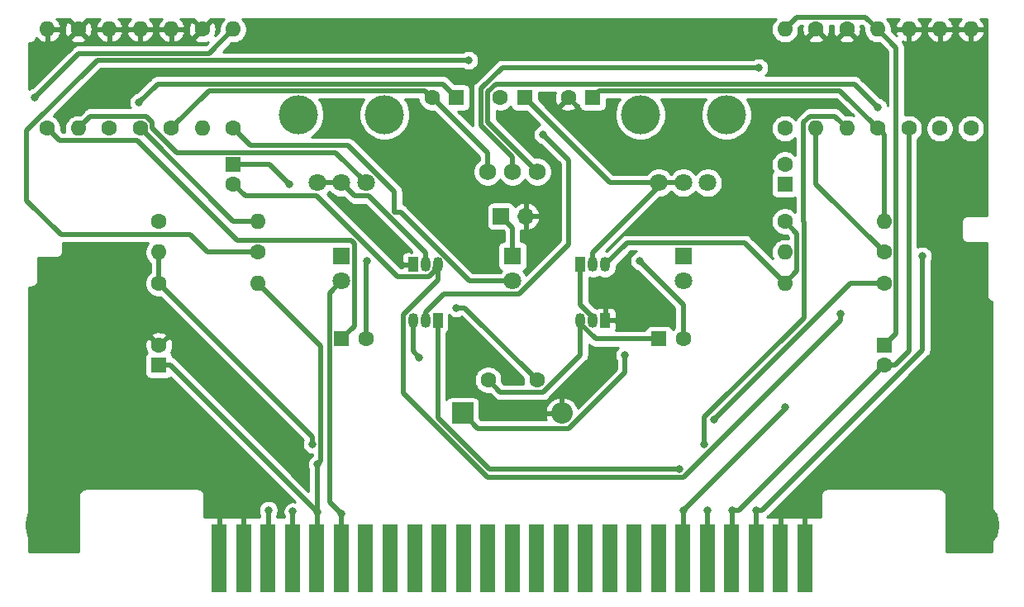
<source format=gbr>
G04 #@! TF.GenerationSoftware,KiCad,Pcbnew,(5.1.7)-1*
G04 #@! TF.CreationDate,2021-05-27T14:05:43-05:00*
G04 #@! TF.ProjectId,ConsolePedalShake,436f6e73-6f6c-4655-9065-64616c536861,rev?*
G04 #@! TF.SameCoordinates,Original*
G04 #@! TF.FileFunction,Copper,L1,Top*
G04 #@! TF.FilePolarity,Positive*
%FSLAX46Y46*%
G04 Gerber Fmt 4.6, Leading zero omitted, Abs format (unit mm)*
G04 Created by KiCad (PCBNEW (5.1.7)-1) date 2021-05-27 14:05:43*
%MOMM*%
%LPD*%
G01*
G04 APERTURE LIST*
G04 #@! TA.AperFunction,ComponentPad*
%ADD10C,1.750000*%
G04 #@! TD*
G04 #@! TA.AperFunction,ComponentPad*
%ADD11R,1.800000X1.800000*%
G04 #@! TD*
G04 #@! TA.AperFunction,ComponentPad*
%ADD12C,1.800000*%
G04 #@! TD*
G04 #@! TA.AperFunction,ConnectorPad*
%ADD13R,1.500000X7.000000*%
G04 #@! TD*
G04 #@! TA.AperFunction,ComponentPad*
%ADD14C,5.000000*%
G04 #@! TD*
G04 #@! TA.AperFunction,ComponentPad*
%ADD15C,1.600000*%
G04 #@! TD*
G04 #@! TA.AperFunction,ComponentPad*
%ADD16O,1.600000X1.600000*%
G04 #@! TD*
G04 #@! TA.AperFunction,ComponentPad*
%ADD17R,2.200000X2.200000*%
G04 #@! TD*
G04 #@! TA.AperFunction,ComponentPad*
%ADD18O,2.200000X2.200000*%
G04 #@! TD*
G04 #@! TA.AperFunction,ComponentPad*
%ADD19R,1.700000X1.700000*%
G04 #@! TD*
G04 #@! TA.AperFunction,ComponentPad*
%ADD20O,1.700000X1.700000*%
G04 #@! TD*
G04 #@! TA.AperFunction,ComponentPad*
%ADD21R,1.050000X1.500000*%
G04 #@! TD*
G04 #@! TA.AperFunction,ComponentPad*
%ADD22O,1.050000X1.500000*%
G04 #@! TD*
G04 #@! TA.AperFunction,WasherPad*
%ADD23C,4.000000*%
G04 #@! TD*
G04 #@! TA.AperFunction,ComponentPad*
%ADD24R,1.600000X1.600000*%
G04 #@! TD*
G04 #@! TA.AperFunction,ViaPad*
%ADD25C,0.800000*%
G04 #@! TD*
G04 #@! TA.AperFunction,Conductor*
%ADD26C,0.500000*%
G04 #@! TD*
G04 #@! TA.AperFunction,Conductor*
%ADD27C,0.254000*%
G04 #@! TD*
G04 #@! TA.AperFunction,Conductor*
%ADD28C,0.100000*%
G04 #@! TD*
G04 APERTURE END LIST*
D10*
G04 #@! TO.P,SW1,1*
G04 #@! TO.N,Net-(C7-Pad2)*
X132750000Y-86360000D03*
G04 #@! TO.P,SW1,2*
G04 #@! TO.N,Net-(C8-Pad2)*
X130210000Y-86360000D03*
G04 #@! TO.P,SW1,3*
G04 #@! TO.N,Net-(R13-Pad1)*
X135290000Y-86360000D03*
G04 #@! TD*
D11*
G04 #@! TO.P,D1,1*
G04 #@! TO.N,Net-(D1-Pad1)*
X115250000Y-95000000D03*
D12*
G04 #@! TO.P,D1,2*
G04 #@! TO.N,/LEDPower*
X115250000Y-97540000D03*
G04 #@! TD*
G04 #@! TO.P,D2,2*
G04 #@! TO.N,/LEDPower*
X150250000Y-97540000D03*
D11*
G04 #@! TO.P,D2,1*
G04 #@! TO.N,Net-(D1-Pad1)*
X150250000Y-95000000D03*
G04 #@! TD*
D13*
G04 #@! TO.P,J1,1*
G04 #@! TO.N,GND*
X102715000Y-126000000D03*
G04 #@! TO.P,J1,2*
X105215000Y-126000000D03*
G04 #@! TO.P,J1,3*
G04 #@! TO.N,/Input*
X107715000Y-126000000D03*
G04 #@! TO.P,J1,4*
G04 #@! TO.N,/Output*
X110215000Y-126000000D03*
G04 #@! TO.P,J1,5*
G04 #@! TO.N,+9V*
X112715000Y-126000000D03*
G04 #@! TO.P,J1,6*
G04 #@! TO.N,/LEDPower*
X115215000Y-126000000D03*
G04 #@! TO.P,J1,7*
G04 #@! TO.N,N/C*
X117715000Y-126000000D03*
G04 #@! TO.P,J1,8*
X120215000Y-126000000D03*
G04 #@! TO.P,J1,9*
X122715000Y-126000000D03*
G04 #@! TO.P,J1,10*
X125215000Y-126000000D03*
G04 #@! TO.P,J1,11*
X127715000Y-126000000D03*
G04 #@! TO.P,J1,12*
X130215000Y-126000000D03*
G04 #@! TO.P,J1,13*
X132715000Y-126000000D03*
G04 #@! TO.P,J1,14*
X135215000Y-126000000D03*
G04 #@! TO.P,J1,15*
X137715000Y-126000000D03*
G04 #@! TO.P,J1,16*
X140215000Y-126000000D03*
G04 #@! TO.P,J1,17*
X142715000Y-126000000D03*
G04 #@! TO.P,J1,18*
X145215000Y-126000000D03*
G04 #@! TO.P,J1,19*
X147715000Y-126000000D03*
G04 #@! TO.P,J1,20*
G04 #@! TO.N,/LEDPower*
X150215000Y-126000000D03*
G04 #@! TO.P,J1,21*
G04 #@! TO.N,+9V*
X152715000Y-126000000D03*
G04 #@! TO.P,J1,22*
G04 #@! TO.N,/Output*
X155215000Y-126000000D03*
G04 #@! TO.P,J1,23*
G04 #@! TO.N,/Input*
X157715000Y-126000000D03*
G04 #@! TO.P,J1,24*
G04 #@! TO.N,GND*
X160215000Y-126000000D03*
G04 #@! TO.P,J1,25*
X162715000Y-126000000D03*
G04 #@! TD*
D14*
G04 #@! TO.P,H1,1*
G04 #@! TO.N,GND*
X85350000Y-122600000D03*
G04 #@! TD*
G04 #@! TO.P,H2,1*
G04 #@! TO.N,GND*
X180150000Y-122600000D03*
G04 #@! TD*
D15*
G04 #@! TO.P,R20,1*
G04 #@! TO.N,GND*
X100965000Y-71755000D03*
D16*
G04 #@! TO.P,R20,2*
G04 #@! TO.N,Net-(D1-Pad1)*
X100965000Y-81915000D03*
G04 #@! TD*
D15*
G04 #@! TO.P,C5,1*
G04 #@! TO.N,Net-(C5-Pad1)*
X135255000Y-107715000D03*
G04 #@! TO.P,C5,2*
G04 #@! TO.N,Net-(C5-Pad2)*
X130255000Y-107715000D03*
G04 #@! TD*
D11*
G04 #@! TO.P,D3,1*
G04 #@! TO.N,Net-(D3-Pad1)*
X132750000Y-95000000D03*
D12*
G04 #@! TO.P,D3,2*
G04 #@! TO.N,Net-(D3-Pad2)*
X132750000Y-97540000D03*
G04 #@! TD*
D17*
G04 #@! TO.P,D4,1*
G04 #@! TO.N,+9V*
X127635000Y-111125000D03*
D18*
G04 #@! TO.P,D4,2*
G04 #@! TO.N,GND*
X137795000Y-111125000D03*
G04 #@! TD*
D19*
G04 #@! TO.P,J2,1*
G04 #@! TO.N,Net-(D3-Pad1)*
X131572000Y-90932000D03*
D20*
G04 #@! TO.P,J2,2*
G04 #@! TO.N,GND*
X134112000Y-90932000D03*
G04 #@! TD*
D21*
G04 #@! TO.P,Q1,1*
G04 #@! TO.N,Net-(Q1-Pad1)*
X125095000Y-101600000D03*
D22*
G04 #@! TO.P,Q1,3*
G04 #@! TO.N,Net-(C4-Pad1)*
X122555000Y-101600000D03*
G04 #@! TO.P,Q1,2*
G04 #@! TO.N,Net-(C2-Pad1)*
X123825000Y-101600000D03*
G04 #@! TD*
D21*
G04 #@! TO.P,Q2,1*
G04 #@! TO.N,GND*
X122555000Y-95885000D03*
D22*
G04 #@! TO.P,Q2,3*
G04 #@! TO.N,Net-(C2-Pad2)*
X125095000Y-95885000D03*
G04 #@! TO.P,Q2,2*
G04 #@! TO.N,Net-(C5-Pad1)*
X123825000Y-95885000D03*
G04 #@! TD*
G04 #@! TO.P,Q3,2*
G04 #@! TO.N,Net-(C10-Pad1)*
X140970000Y-95885000D03*
G04 #@! TO.P,Q3,3*
G04 #@! TO.N,+9V*
X142240000Y-95885000D03*
D21*
G04 #@! TO.P,Q3,1*
G04 #@! TO.N,Net-(Q3-Pad1)*
X139700000Y-95885000D03*
G04 #@! TD*
D22*
G04 #@! TO.P,Q4,2*
G04 #@! TO.N,Net-(Q3-Pad1)*
X140970000Y-101600000D03*
G04 #@! TO.P,Q4,3*
G04 #@! TO.N,Net-(C5-Pad2)*
X139700000Y-101600000D03*
D21*
G04 #@! TO.P,Q4,1*
G04 #@! TO.N,GND*
X142240000Y-101600000D03*
G04 #@! TD*
D16*
G04 #@! TO.P,R1,2*
G04 #@! TO.N,/Input*
X163830000Y-81915000D03*
D15*
G04 #@! TO.P,R1,1*
G04 #@! TO.N,GND*
X163830000Y-71755000D03*
G04 #@! TD*
D16*
G04 #@! TO.P,R2,2*
G04 #@! TO.N,Net-(C2-Pad2)*
X160655000Y-94615000D03*
D15*
G04 #@! TO.P,R2,1*
G04 #@! TO.N,/Input*
X170815000Y-94615000D03*
G04 #@! TD*
G04 #@! TO.P,R3,1*
G04 #@! TO.N,Net-(C2-Pad2)*
X91440000Y-81915000D03*
D16*
G04 #@! TO.P,R3,2*
G04 #@! TO.N,GND*
X91440000Y-71755000D03*
G04 #@! TD*
D15*
G04 #@! TO.P,R4,1*
G04 #@! TO.N,Net-(C2-Pad1)*
X160655000Y-81915000D03*
D16*
G04 #@! TO.P,R4,2*
G04 #@! TO.N,Net-(C4-Pad1)*
X160655000Y-71755000D03*
G04 #@! TD*
G04 #@! TO.P,R5,2*
G04 #@! TO.N,Net-(C4-Pad1)*
X170180000Y-71755000D03*
D15*
G04 #@! TO.P,R5,1*
G04 #@! TO.N,Net-(C3-Pad1)*
X170180000Y-81915000D03*
G04 #@! TD*
D16*
G04 #@! TO.P,R6,2*
G04 #@! TO.N,Net-(C3-Pad1)*
X170815000Y-91440000D03*
D15*
G04 #@! TO.P,R6,1*
G04 #@! TO.N,+9V*
X160655000Y-91440000D03*
G04 #@! TD*
G04 #@! TO.P,R7,1*
G04 #@! TO.N,Net-(Q1-Pad1)*
X176530000Y-81915000D03*
D16*
G04 #@! TO.P,R7,2*
G04 #@! TO.N,GND*
X176530000Y-71755000D03*
G04 #@! TD*
D15*
G04 #@! TO.P,R8,1*
G04 #@! TO.N,/Output*
X173355000Y-81915000D03*
D16*
G04 #@! TO.P,R8,2*
G04 #@! TO.N,GND*
X173355000Y-71755000D03*
G04 #@! TD*
D15*
G04 #@! TO.P,R9,1*
G04 #@! TO.N,GND*
X88265000Y-71755000D03*
D16*
G04 #@! TO.P,R9,2*
G04 #@! TO.N,Net-(R9-Pad2)*
X88265000Y-81915000D03*
G04 #@! TD*
G04 #@! TO.P,R10,2*
G04 #@! TO.N,+9V*
X160655000Y-97790000D03*
D15*
G04 #@! TO.P,R10,1*
G04 #@! TO.N,Net-(C5-Pad1)*
X170815000Y-97790000D03*
G04 #@! TD*
G04 #@! TO.P,R11,1*
G04 #@! TO.N,Net-(C5-Pad1)*
X96520000Y-91440000D03*
D16*
G04 #@! TO.P,R11,2*
G04 #@! TO.N,Net-(C6-Pad2)*
X106680000Y-91440000D03*
G04 #@! TD*
G04 #@! TO.P,R12,2*
G04 #@! TO.N,GND*
X94615000Y-71755000D03*
D15*
G04 #@! TO.P,R12,1*
G04 #@! TO.N,Net-(C6-Pad2)*
X94615000Y-81915000D03*
G04 #@! TD*
G04 #@! TO.P,R13,1*
G04 #@! TO.N,Net-(R13-Pad1)*
X179705000Y-81915000D03*
D16*
G04 #@! TO.P,R13,2*
G04 #@! TO.N,GND*
X179705000Y-71755000D03*
G04 #@! TD*
G04 #@! TO.P,R14,2*
G04 #@! TO.N,GND*
X97790000Y-71755000D03*
D15*
G04 #@! TO.P,R14,1*
G04 #@! TO.N,Net-(C8-Pad2)*
X97790000Y-81915000D03*
G04 #@! TD*
D16*
G04 #@! TO.P,R15,2*
G04 #@! TO.N,GND*
X85090000Y-71755000D03*
D15*
G04 #@! TO.P,R15,1*
G04 #@! TO.N,Net-(C10-Pad2)*
X85090000Y-81915000D03*
G04 #@! TD*
D16*
G04 #@! TO.P,R16,2*
G04 #@! TO.N,Net-(C5-Pad2)*
X96520000Y-94615000D03*
D15*
G04 #@! TO.P,R16,1*
G04 #@! TO.N,Net-(R16-Pad1)*
X106680000Y-94615000D03*
G04 #@! TD*
G04 #@! TO.P,R17,1*
G04 #@! TO.N,GND*
X167005000Y-71755000D03*
D16*
G04 #@! TO.P,R17,2*
G04 #@! TO.N,Net-(Q3-Pad1)*
X167005000Y-81915000D03*
G04 #@! TD*
D15*
G04 #@! TO.P,R18,1*
G04 #@! TO.N,Net-(C5-Pad2)*
X96520000Y-97790000D03*
D16*
G04 #@! TO.P,R18,2*
G04 #@! TO.N,+9V*
X106680000Y-97790000D03*
G04 #@! TD*
D15*
G04 #@! TO.P,R19,1*
G04 #@! TO.N,Net-(D3-Pad2)*
X104140000Y-81915000D03*
D16*
G04 #@! TO.P,R19,2*
G04 #@! TO.N,Net-(C5-Pad2)*
X104140000Y-71755000D03*
G04 #@! TD*
D23*
G04 #@! TO.P,RV1,*
G04 #@! TO.N,*
X119650000Y-80500000D03*
X110850000Y-80500000D03*
D12*
G04 #@! TO.P,RV1,1*
G04 #@! TO.N,Net-(R9-Pad2)*
X117750000Y-87500000D03*
G04 #@! TO.P,RV1,2*
G04 #@! TO.N,Net-(C5-Pad1)*
X115250000Y-87500000D03*
G04 #@! TO.P,RV1,3*
X112750000Y-87500000D03*
G04 #@! TD*
G04 #@! TO.P,RV2,3*
G04 #@! TO.N,Net-(C10-Pad1)*
X147750000Y-87500000D03*
G04 #@! TO.P,RV2,2*
X150250000Y-87500000D03*
G04 #@! TO.P,RV2,1*
G04 #@! TO.N,Net-(R16-Pad1)*
X152750000Y-87500000D03*
D23*
G04 #@! TO.P,RV2,*
G04 #@! TO.N,*
X145850000Y-80500000D03*
X154650000Y-80500000D03*
G04 #@! TD*
D15*
G04 #@! TO.P,C3,2*
G04 #@! TO.N,GND*
X138470000Y-78740000D03*
D24*
G04 #@! TO.P,C3,1*
G04 #@! TO.N,Net-(C3-Pad1)*
X140970000Y-78740000D03*
G04 #@! TD*
G04 #@! TO.P,C8,1*
G04 #@! TO.N,Net-(C6-Pad2)*
X127000000Y-78740000D03*
D15*
G04 #@! TO.P,C8,2*
G04 #@! TO.N,Net-(C8-Pad2)*
X124500000Y-78740000D03*
G04 #@! TD*
G04 #@! TO.P,C10,2*
G04 #@! TO.N,Net-(C10-Pad2)*
X131485000Y-78740000D03*
D24*
G04 #@! TO.P,C10,1*
G04 #@! TO.N,Net-(C10-Pad1)*
X133985000Y-78740000D03*
G04 #@! TD*
G04 #@! TO.P,C2,1*
G04 #@! TO.N,Net-(C2-Pad1)*
X104140000Y-85630000D03*
D15*
G04 #@! TO.P,C2,2*
G04 #@! TO.N,Net-(C2-Pad2)*
X104140000Y-87630000D03*
G04 #@! TD*
D24*
G04 #@! TO.P,C4,1*
G04 #@! TO.N,Net-(C4-Pad1)*
X170815000Y-104172000D03*
D15*
G04 #@! TO.P,C4,2*
G04 #@! TO.N,/Output*
X170815000Y-106172000D03*
G04 #@! TD*
G04 #@! TO.P,C7,2*
G04 #@! TO.N,Net-(C7-Pad2)*
X160655000Y-85630000D03*
D24*
G04 #@! TO.P,C7,1*
G04 #@! TO.N,Net-(C6-Pad2)*
X160655000Y-87630000D03*
G04 #@! TD*
G04 #@! TO.P,C6,1*
G04 #@! TO.N,Net-(C5-Pad2)*
X147750000Y-103505000D03*
D15*
G04 #@! TO.P,C6,2*
G04 #@! TO.N,Net-(C6-Pad2)*
X150250000Y-103505000D03*
G04 #@! TD*
G04 #@! TO.P,C9,2*
G04 #@! TO.N,Net-(C8-Pad2)*
X117750000Y-103505000D03*
D24*
G04 #@! TO.P,C9,1*
G04 #@! TO.N,Net-(C10-Pad2)*
X115250000Y-103505000D03*
G04 #@! TD*
G04 #@! TO.P,C1,1*
G04 #@! TO.N,+9V*
X96520000Y-106172000D03*
D15*
G04 #@! TO.P,C1,2*
G04 #@! TO.N,GND*
X96520000Y-104172000D03*
G04 #@! TD*
D25*
G04 #@! TO.N,GND*
X105250000Y-120979000D03*
X160250000Y-120988000D03*
X102750000Y-121038000D03*
X162750000Y-120967000D03*
X140970000Y-97790000D03*
X154940000Y-91440000D03*
X148590000Y-100330000D03*
G04 #@! TO.N,/LEDPower*
X115250000Y-121454000D03*
X150250000Y-121073000D03*
X160655000Y-110490000D03*
G04 #@! TO.N,/Input*
X107750000Y-121066000D03*
X157750000Y-121066000D03*
X174752000Y-94996000D03*
G04 #@! TO.N,/Output*
X110250000Y-121195000D03*
X155250000Y-121068000D03*
G04 #@! TO.N,+9V*
X112750000Y-121235000D03*
X152750000Y-121108000D03*
X112750000Y-116358000D03*
X144272000Y-105156000D03*
G04 #@! TO.N,Net-(C7-Pad2)*
X157988000Y-75692000D03*
G04 #@! TO.N,Net-(C8-Pad2)*
X117856000Y-95504000D03*
G04 #@! TO.N,Net-(C2-Pad1)*
X135890000Y-82550000D03*
X109855000Y-87630000D03*
G04 #@! TO.N,Net-(C2-Pad2)*
X166370000Y-100965000D03*
G04 #@! TO.N,Net-(C4-Pad1)*
X123190000Y-105410000D03*
G04 #@! TO.N,Net-(C5-Pad1)*
X153416000Y-111760000D03*
X127000000Y-100330000D03*
G04 #@! TO.N,Net-(C5-Pad2)*
X112268000Y-114300000D03*
X83820000Y-78740000D03*
G04 #@! TO.N,Net-(C6-Pad2)*
X94488000Y-79248000D03*
X145796000Y-95504000D03*
G04 #@! TO.N,Net-(Q1-Pad1)*
X149860000Y-116840000D03*
G04 #@! TO.N,Net-(Q3-Pad1)*
X152400000Y-114300000D03*
G04 #@! TO.N,Net-(R13-Pad1)*
X170180000Y-79756000D03*
G04 #@! TO.N,Net-(R16-Pad1)*
X128270000Y-74930000D03*
G04 #@! TD*
D26*
G04 #@! TO.N,GND*
X105250000Y-126000000D02*
X105250000Y-120979000D01*
X160250000Y-126000000D02*
X160250000Y-120988000D01*
X102750000Y-126000000D02*
X102750000Y-121038000D01*
X162750000Y-126000000D02*
X162750000Y-120967000D01*
G04 #@! TO.N,/LEDPower*
X115250000Y-126000000D02*
X115250000Y-121454000D01*
X150250000Y-126000000D02*
X150250000Y-121073000D01*
X113999999Y-120203999D02*
X115250000Y-121454000D01*
X113999999Y-98790001D02*
X113999999Y-120203999D01*
X115250000Y-97540000D02*
X113999999Y-98790001D01*
X150250000Y-121073000D02*
X160655000Y-110668000D01*
X160655000Y-110668000D02*
X160655000Y-110490000D01*
X160655000Y-110490000D02*
X160655000Y-110490000D01*
G04 #@! TO.N,/Input*
X107750000Y-126000000D02*
X107750000Y-121066000D01*
X157750000Y-126000000D02*
X157750000Y-121066000D01*
X157734000Y-121050000D02*
X157750000Y-121066000D01*
X163830000Y-87630000D02*
X170815000Y-94615000D01*
X163830000Y-81915000D02*
X163830000Y-87630000D01*
X158315685Y-121066000D02*
X174752000Y-104629685D01*
X157750000Y-121066000D02*
X158315685Y-121066000D01*
X174752000Y-104629685D02*
X174752000Y-94996000D01*
X174752000Y-94996000D02*
X174752000Y-94996000D01*
G04 #@! TO.N,/Output*
X110250000Y-126000000D02*
X110250000Y-121195000D01*
X155250000Y-126000000D02*
X155250000Y-121068000D01*
X110250000Y-121045000D02*
X110250000Y-121195000D01*
X171946370Y-106172000D02*
X170815000Y-106172000D01*
X173355000Y-104763370D02*
X171946370Y-106172000D01*
X173355000Y-81915000D02*
X173355000Y-104763370D01*
X155919000Y-121068000D02*
X155250000Y-121068000D01*
X170815000Y-106172000D02*
X155919000Y-121068000D01*
G04 #@! TO.N,+9V*
X112750000Y-126000000D02*
X112750000Y-121235000D01*
X152750000Y-126000000D02*
X152750000Y-121108000D01*
X97687000Y-106172000D02*
X112750000Y-121235000D01*
X96520000Y-106172000D02*
X97687000Y-106172000D01*
X161905001Y-92690001D02*
X160655000Y-91440000D01*
X161905001Y-96539999D02*
X161905001Y-92690001D01*
X160655000Y-97790000D02*
X161905001Y-96539999D01*
X144475001Y-93649999D02*
X142240000Y-95885000D01*
X156514999Y-93649999D02*
X144475001Y-93649999D01*
X160655000Y-97790000D02*
X156514999Y-93649999D01*
X112750000Y-121235000D02*
X112750000Y-116358000D01*
X112750000Y-116358000D02*
X112750000Y-116358000D01*
X138539001Y-112675001D02*
X144272000Y-106942002D01*
X129185001Y-112675001D02*
X138539001Y-112675001D01*
X127635000Y-111125000D02*
X129185001Y-112675001D01*
X144272000Y-106942002D02*
X144272000Y-105156000D01*
X144272000Y-105156000D02*
X144272000Y-105156000D01*
X113118001Y-115989999D02*
X112750000Y-116358000D01*
X113118001Y-104228001D02*
X113118001Y-115989999D01*
X106680000Y-97790000D02*
X113118001Y-104228001D01*
G04 #@! TO.N,Net-(C7-Pad2)*
X129534989Y-77850046D02*
X131693035Y-75692000D01*
X129534989Y-81594952D02*
X129534989Y-77850046D01*
X132750000Y-84809962D02*
X129534989Y-81594952D01*
X132750000Y-86360000D02*
X132750000Y-84809962D01*
X131693035Y-75692000D02*
X157988000Y-75692000D01*
X157988000Y-75692000D02*
X157988000Y-75692000D01*
G04 #@! TO.N,Net-(C8-Pad2)*
X123809999Y-78049999D02*
X124500000Y-78740000D01*
X101655001Y-78049999D02*
X123809999Y-78049999D01*
X97790000Y-81915000D02*
X101655001Y-78049999D01*
X130210000Y-84450000D02*
X124500000Y-78740000D01*
X130210000Y-86360000D02*
X130210000Y-84450000D01*
X117750000Y-103505000D02*
X117750000Y-95610000D01*
X117750000Y-95610000D02*
X117856000Y-95504000D01*
X117856000Y-95504000D02*
X117856000Y-95504000D01*
G04 #@! TO.N,Net-(C2-Pad1)*
X138513489Y-93774513D02*
X138513489Y-85173489D01*
X133398001Y-98890001D02*
X138513489Y-93774513D01*
X125719997Y-98890001D02*
X133398001Y-98890001D01*
X123825000Y-100784998D02*
X125719997Y-98890001D01*
X123825000Y-101600000D02*
X123825000Y-100784998D01*
X138513489Y-85173489D02*
X135890000Y-82550000D01*
X135890000Y-82550000D02*
X135890000Y-82550000D01*
X104140000Y-85630000D02*
X107855000Y-85630000D01*
X107855000Y-85630000D02*
X109855000Y-87630000D01*
X109855000Y-87630000D02*
X109855000Y-87630000D01*
G04 #@! TO.N,Net-(C2-Pad2)*
X105360001Y-88850001D02*
X104140000Y-87630000D01*
X112699966Y-88850001D02*
X105360001Y-88850001D01*
X120934975Y-97085010D02*
X112699966Y-88850001D01*
X124228862Y-97085010D02*
X120934975Y-97085010D01*
X124800010Y-96179990D02*
X124800010Y-96513862D01*
X124800010Y-96513862D02*
X124228862Y-97085010D01*
X125095000Y-95885000D02*
X124800010Y-96179990D01*
X150268001Y-117690001D02*
X166370000Y-101588002D01*
X130200036Y-117690001D02*
X150268001Y-117690001D01*
X121579990Y-109069955D02*
X130200036Y-117690001D01*
X121579990Y-100971138D02*
X121579990Y-109069955D01*
X125095000Y-97456128D02*
X121579990Y-100971138D01*
X125095000Y-95885000D02*
X125095000Y-97456128D01*
X166370000Y-101588002D02*
X166370000Y-100965000D01*
X166370000Y-100965000D02*
X166370000Y-100965000D01*
G04 #@! TO.N,Net-(C3-Pad1)*
X166314999Y-78049999D02*
X170180000Y-81915000D01*
X141660001Y-78049999D02*
X166314999Y-78049999D01*
X140970000Y-78740000D02*
X141660001Y-78049999D01*
X170815000Y-82550000D02*
X170180000Y-81915000D01*
X170815000Y-91440000D02*
X170815000Y-82550000D01*
G04 #@! TO.N,Net-(C4-Pad1)*
X168929999Y-70504999D02*
X170180000Y-71755000D01*
X161905001Y-70504999D02*
X168929999Y-70504999D01*
X160655000Y-71755000D02*
X161905001Y-70504999D01*
X172065001Y-73640001D02*
X170180000Y-71755000D01*
X172065001Y-102921999D02*
X172065001Y-73640001D01*
X170815000Y-104172000D02*
X172065001Y-102921999D01*
X122555000Y-104775000D02*
X122555000Y-101600000D01*
X123190000Y-105410000D02*
X122555000Y-104775000D01*
G04 #@! TO.N,Net-(C5-Pad1)*
X112750000Y-87500000D02*
X115250000Y-87500000D01*
X170815000Y-97790000D02*
X167386000Y-97790000D01*
X167386000Y-97790000D02*
X153416000Y-111760000D01*
X153416000Y-111760000D02*
X153416000Y-111760000D01*
X135255000Y-107715000D02*
X127870000Y-100330000D01*
X127870000Y-100330000D02*
X127000000Y-100330000D01*
X127000000Y-100330000D02*
X127000000Y-100330000D01*
X127000000Y-100330000D02*
X127000000Y-100330000D01*
X116600001Y-88850001D02*
X115250000Y-87500000D01*
X118040001Y-88850001D02*
X116600001Y-88850001D01*
X123825000Y-94635000D02*
X118040001Y-88850001D01*
X123825000Y-95885000D02*
X123825000Y-94635000D01*
G04 #@! TO.N,Net-(C5-Pad2)*
X139700000Y-105120002D02*
X139700000Y-101600000D01*
X135855001Y-108965001D02*
X139700000Y-105120002D01*
X131505001Y-108965001D02*
X135855001Y-108965001D01*
X130255000Y-107715000D02*
X131505001Y-108965001D01*
X139700000Y-101933872D02*
X139700000Y-101600000D01*
X141271128Y-103505000D02*
X139700000Y-101933872D01*
X147750000Y-103505000D02*
X141271128Y-103505000D01*
X112268000Y-114300000D02*
X112268000Y-114300000D01*
X96520000Y-94615000D02*
X96520000Y-97790000D01*
X112268000Y-113538000D02*
X96520000Y-97790000D01*
X112268000Y-114300000D02*
X112268000Y-113538000D01*
X101665010Y-74229990D02*
X88330010Y-74229990D01*
X104140000Y-71755000D02*
X101665010Y-74229990D01*
X88330010Y-74229990D02*
X83820000Y-78740000D01*
X83820000Y-78740000D02*
X83820000Y-78740000D01*
G04 #@! TO.N,Net-(C6-Pad2)*
X104140000Y-91440000D02*
X106680000Y-91440000D01*
X94615000Y-81915000D02*
X104140000Y-91440000D01*
X125609989Y-77349989D02*
X96386011Y-77349989D01*
X127000000Y-78740000D02*
X125609989Y-77349989D01*
X96386011Y-77349989D02*
X94488000Y-79248000D01*
X94488000Y-79248000D02*
X94488000Y-79248000D01*
X145796000Y-95504000D02*
X145796000Y-95504000D01*
X150250000Y-99958000D02*
X145796000Y-95504000D01*
X150250000Y-103505000D02*
X150250000Y-99958000D01*
G04 #@! TO.N,Net-(C10-Pad2)*
X116600001Y-102154999D02*
X115250000Y-103505000D01*
X116225001Y-93364999D02*
X116600001Y-93739999D01*
X104540999Y-93364999D02*
X116225001Y-93364999D01*
X94341001Y-83165001D02*
X104540999Y-93364999D01*
X116600001Y-93739999D02*
X116600001Y-102154999D01*
X86340001Y-83165001D02*
X94341001Y-83165001D01*
X85090000Y-81915000D02*
X86340001Y-83165001D01*
G04 #@! TO.N,Net-(C10-Pad1)*
X147750000Y-87500000D02*
X150250000Y-87500000D01*
X142745000Y-87500000D02*
X147750000Y-87500000D01*
X133985000Y-78740000D02*
X142745000Y-87500000D01*
X147750000Y-87855000D02*
X147750000Y-87500000D01*
X140970000Y-94635000D02*
X147750000Y-87855000D01*
X140970000Y-95885000D02*
X140970000Y-94635000D01*
G04 #@! TO.N,Net-(D3-Pad1)*
X132750000Y-92110000D02*
X131572000Y-90932000D01*
X132750000Y-95000000D02*
X132750000Y-92110000D01*
G04 #@! TO.N,Net-(D3-Pad2)*
X104140000Y-81915000D02*
X105904989Y-83679989D01*
X120650000Y-88401998D02*
X120650000Y-90470038D01*
X115927991Y-83679989D02*
X120650000Y-88401998D01*
X105904989Y-83679989D02*
X115927991Y-83679989D01*
X128353872Y-97540000D02*
X132750000Y-97540000D01*
X121283910Y-90470038D02*
X128353872Y-97540000D01*
X120650000Y-90470038D02*
X121283910Y-90470038D01*
G04 #@! TO.N,Net-(Q1-Pad1)*
X125095000Y-111595002D02*
X130339998Y-116840000D01*
X125095000Y-101600000D02*
X125095000Y-111595002D01*
X130339998Y-116840000D02*
X149860000Y-116840000D01*
X149860000Y-116840000D02*
X149860000Y-116840000D01*
G04 #@! TO.N,Net-(Q3-Pad1)*
X140970000Y-101266128D02*
X140970000Y-101600000D01*
X139700000Y-99996128D02*
X140970000Y-101266128D01*
X139700000Y-95885000D02*
X139700000Y-99996128D01*
X162605011Y-101312987D02*
X152400000Y-111517998D01*
X162605011Y-91485011D02*
X162605011Y-101312987D01*
X162579999Y-91459999D02*
X162605011Y-91485011D01*
X162579999Y-81314999D02*
X162579999Y-91459999D01*
X163229999Y-80664999D02*
X162579999Y-81314999D01*
X165754999Y-80664999D02*
X163229999Y-80664999D01*
X167005000Y-81915000D02*
X165754999Y-80664999D01*
X152400000Y-111517998D02*
X152400000Y-114300000D01*
X152400000Y-114300000D02*
X152400000Y-114300000D01*
G04 #@! TO.N,Net-(R9-Pad2)*
X114629999Y-84379999D02*
X117750000Y-87500000D01*
X98404997Y-84379999D02*
X114629999Y-84379999D01*
X95865001Y-81840003D02*
X98404997Y-84379999D01*
X95865001Y-81314999D02*
X95865001Y-81840003D01*
X95215001Y-80664999D02*
X95865001Y-81314999D01*
X89515001Y-80664999D02*
X95215001Y-80664999D01*
X88265000Y-81915000D02*
X89515001Y-80664999D01*
G04 #@! TO.N,Net-(R13-Pad1)*
X131025009Y-77349989D02*
X167773989Y-77349989D01*
X130234999Y-78139999D02*
X131025009Y-77349989D01*
X130234999Y-81304999D02*
X130234999Y-78139999D01*
X135290000Y-86360000D02*
X130234999Y-81304999D01*
X167773989Y-77349989D02*
X170180000Y-79756000D01*
X170180000Y-79756000D02*
X170180000Y-79756000D01*
G04 #@! TO.N,Net-(R16-Pad1)*
X83000010Y-89292890D02*
X83000010Y-82154988D01*
X86500010Y-92792890D02*
X83000010Y-89292890D01*
X99722892Y-92792890D02*
X86500010Y-92792890D01*
X101545002Y-94615000D02*
X99722892Y-92792890D01*
X83000010Y-82154988D02*
X90224998Y-74930000D01*
X106680000Y-94615000D02*
X101545002Y-94615000D01*
X90224998Y-74930000D02*
X128270000Y-74930000D01*
X128270000Y-74930000D02*
X128270000Y-74930000D01*
G04 #@! TD*
D27*
G04 #@! TO.N,GND*
X95411576Y-93705340D02*
X95255409Y-93939062D01*
X95147838Y-94198759D01*
X95093000Y-94474453D01*
X95093000Y-94755547D01*
X95147838Y-95031241D01*
X95255409Y-95290938D01*
X95411576Y-95524660D01*
X95610340Y-95723424D01*
X95643000Y-95745247D01*
X95643001Y-96659753D01*
X95610340Y-96681576D01*
X95411576Y-96880340D01*
X95255409Y-97114062D01*
X95147838Y-97373759D01*
X95093000Y-97649453D01*
X95093000Y-97930547D01*
X95147838Y-98206241D01*
X95255409Y-98465938D01*
X95411576Y-98699660D01*
X95610340Y-98898424D01*
X95844062Y-99054591D01*
X96103759Y-99162162D01*
X96379453Y-99217000D01*
X96660547Y-99217000D01*
X96699072Y-99209337D01*
X111341888Y-113852153D01*
X111280467Y-114000435D01*
X111241000Y-114198849D01*
X111241000Y-114401151D01*
X111280467Y-114599565D01*
X111357885Y-114786467D01*
X111470277Y-114954674D01*
X111613326Y-115097723D01*
X111781533Y-115210115D01*
X111968435Y-115287533D01*
X112166849Y-115327000D01*
X112241002Y-115327000D01*
X112241002Y-115462940D01*
X112095326Y-115560277D01*
X111952277Y-115703326D01*
X111839885Y-115871533D01*
X111762467Y-116058435D01*
X111723000Y-116256849D01*
X111723000Y-116459151D01*
X111762467Y-116657565D01*
X111839885Y-116844467D01*
X111873001Y-116894029D01*
X111873000Y-119117735D01*
X98337594Y-105582329D01*
X98310133Y-105548867D01*
X98176592Y-105439273D01*
X98024237Y-105357838D01*
X97946310Y-105334199D01*
X97937927Y-105249087D01*
X97902075Y-105130897D01*
X97843853Y-105021972D01*
X97765501Y-104926499D01*
X97751520Y-104915025D01*
X97756671Y-104913514D01*
X97877571Y-104658004D01*
X97946300Y-104383816D01*
X97960217Y-104101488D01*
X97918787Y-103821870D01*
X97823603Y-103555708D01*
X97756671Y-103430486D01*
X97512702Y-103358903D01*
X96699605Y-104172000D01*
X96713748Y-104186143D01*
X96534143Y-104365748D01*
X96520000Y-104351605D01*
X96505858Y-104365748D01*
X96326253Y-104186143D01*
X96340395Y-104172000D01*
X95527298Y-103358903D01*
X95283329Y-103430486D01*
X95162429Y-103685996D01*
X95093700Y-103960184D01*
X95079783Y-104242512D01*
X95121213Y-104522130D01*
X95216397Y-104788292D01*
X95283329Y-104913514D01*
X95288480Y-104915025D01*
X95274499Y-104926499D01*
X95196147Y-105021972D01*
X95137925Y-105130897D01*
X95102073Y-105249087D01*
X95089967Y-105372000D01*
X95089967Y-106972000D01*
X95102073Y-107094913D01*
X95137925Y-107213103D01*
X95196147Y-107322028D01*
X95274499Y-107417501D01*
X95369972Y-107495853D01*
X95478897Y-107554075D01*
X95597087Y-107589927D01*
X95720000Y-107602033D01*
X97320000Y-107602033D01*
X97442913Y-107589927D01*
X97561103Y-107554075D01*
X97670028Y-107495853D01*
X97725260Y-107450525D01*
X110465474Y-120190740D01*
X110435202Y-120184719D01*
X110421921Y-120180690D01*
X110408109Y-120179330D01*
X110351151Y-120168000D01*
X110293079Y-120168000D01*
X110250000Y-120163757D01*
X110206921Y-120168000D01*
X110148849Y-120168000D01*
X110091892Y-120179329D01*
X110078078Y-120180690D01*
X110064795Y-120184719D01*
X109950435Y-120207467D01*
X109763533Y-120284885D01*
X109595326Y-120397277D01*
X109452277Y-120540326D01*
X109339885Y-120708533D01*
X109262467Y-120895435D01*
X109223000Y-121093849D01*
X109223000Y-121296151D01*
X109262467Y-121494565D01*
X109339885Y-121681467D01*
X109373001Y-121731029D01*
X109373001Y-121793000D01*
X108627000Y-121793000D01*
X108627000Y-121602027D01*
X108660115Y-121552467D01*
X108737533Y-121365565D01*
X108777000Y-121167151D01*
X108777000Y-120964849D01*
X108737533Y-120766435D01*
X108660115Y-120579533D01*
X108547723Y-120411326D01*
X108404674Y-120268277D01*
X108236467Y-120155885D01*
X108049565Y-120078467D01*
X107851151Y-120039000D01*
X107648849Y-120039000D01*
X107450435Y-120078467D01*
X107263533Y-120155885D01*
X107095326Y-120268277D01*
X106952277Y-120411326D01*
X106839885Y-120579533D01*
X106762467Y-120766435D01*
X106723000Y-120964849D01*
X106723000Y-121167151D01*
X106762467Y-121365565D01*
X106839885Y-121552467D01*
X106873001Y-121602029D01*
X106873001Y-121793000D01*
X101177000Y-121793000D01*
X101177000Y-119533252D01*
X101180275Y-119500000D01*
X101167204Y-119367285D01*
X101128492Y-119239670D01*
X101065628Y-119122059D01*
X100981027Y-119018973D01*
X100877941Y-118934372D01*
X100760330Y-118871508D01*
X100632715Y-118832796D01*
X100533252Y-118823000D01*
X100500000Y-118819725D01*
X100466748Y-118823000D01*
X89033252Y-118823000D01*
X89000000Y-118819725D01*
X88966748Y-118823000D01*
X88867285Y-118832796D01*
X88739670Y-118871508D01*
X88622059Y-118934372D01*
X88518973Y-119018973D01*
X88434372Y-119122059D01*
X88371508Y-119239670D01*
X88332796Y-119367285D01*
X88319725Y-119500000D01*
X88323000Y-119533252D01*
X88323001Y-125323000D01*
X83177000Y-125323000D01*
X83177000Y-103179298D01*
X95706903Y-103179298D01*
X96520000Y-103992395D01*
X97333097Y-103179298D01*
X97261514Y-102935329D01*
X97006004Y-102814429D01*
X96731816Y-102745700D01*
X96449488Y-102731783D01*
X96169870Y-102773213D01*
X95903708Y-102868397D01*
X95778486Y-102935329D01*
X95706903Y-103179298D01*
X83177000Y-103179298D01*
X83177000Y-98177000D01*
X83466748Y-98177000D01*
X83500000Y-98180275D01*
X83533252Y-98177000D01*
X83632715Y-98167204D01*
X83760330Y-98128492D01*
X83877941Y-98065628D01*
X83981027Y-97981027D01*
X84065628Y-97877941D01*
X84128492Y-97760330D01*
X84167204Y-97632715D01*
X84180275Y-97500000D01*
X84177000Y-97466748D01*
X84177000Y-95177000D01*
X85966748Y-95177000D01*
X86000000Y-95180275D01*
X86033252Y-95177000D01*
X86132715Y-95167204D01*
X86260330Y-95128492D01*
X86377941Y-95065628D01*
X86481027Y-94981027D01*
X86565628Y-94877941D01*
X86628492Y-94760330D01*
X86667204Y-94632715D01*
X86680275Y-94500000D01*
X86677000Y-94466748D01*
X86677000Y-93669890D01*
X95447026Y-93669890D01*
X95411576Y-93705340D01*
G04 #@! TA.AperFunction,Conductor*
D28*
G36*
X95411576Y-93705340D02*
G01*
X95255409Y-93939062D01*
X95147838Y-94198759D01*
X95093000Y-94474453D01*
X95093000Y-94755547D01*
X95147838Y-95031241D01*
X95255409Y-95290938D01*
X95411576Y-95524660D01*
X95610340Y-95723424D01*
X95643000Y-95745247D01*
X95643001Y-96659753D01*
X95610340Y-96681576D01*
X95411576Y-96880340D01*
X95255409Y-97114062D01*
X95147838Y-97373759D01*
X95093000Y-97649453D01*
X95093000Y-97930547D01*
X95147838Y-98206241D01*
X95255409Y-98465938D01*
X95411576Y-98699660D01*
X95610340Y-98898424D01*
X95844062Y-99054591D01*
X96103759Y-99162162D01*
X96379453Y-99217000D01*
X96660547Y-99217000D01*
X96699072Y-99209337D01*
X111341888Y-113852153D01*
X111280467Y-114000435D01*
X111241000Y-114198849D01*
X111241000Y-114401151D01*
X111280467Y-114599565D01*
X111357885Y-114786467D01*
X111470277Y-114954674D01*
X111613326Y-115097723D01*
X111781533Y-115210115D01*
X111968435Y-115287533D01*
X112166849Y-115327000D01*
X112241002Y-115327000D01*
X112241002Y-115462940D01*
X112095326Y-115560277D01*
X111952277Y-115703326D01*
X111839885Y-115871533D01*
X111762467Y-116058435D01*
X111723000Y-116256849D01*
X111723000Y-116459151D01*
X111762467Y-116657565D01*
X111839885Y-116844467D01*
X111873001Y-116894029D01*
X111873000Y-119117735D01*
X98337594Y-105582329D01*
X98310133Y-105548867D01*
X98176592Y-105439273D01*
X98024237Y-105357838D01*
X97946310Y-105334199D01*
X97937927Y-105249087D01*
X97902075Y-105130897D01*
X97843853Y-105021972D01*
X97765501Y-104926499D01*
X97751520Y-104915025D01*
X97756671Y-104913514D01*
X97877571Y-104658004D01*
X97946300Y-104383816D01*
X97960217Y-104101488D01*
X97918787Y-103821870D01*
X97823603Y-103555708D01*
X97756671Y-103430486D01*
X97512702Y-103358903D01*
X96699605Y-104172000D01*
X96713748Y-104186143D01*
X96534143Y-104365748D01*
X96520000Y-104351605D01*
X96505858Y-104365748D01*
X96326253Y-104186143D01*
X96340395Y-104172000D01*
X95527298Y-103358903D01*
X95283329Y-103430486D01*
X95162429Y-103685996D01*
X95093700Y-103960184D01*
X95079783Y-104242512D01*
X95121213Y-104522130D01*
X95216397Y-104788292D01*
X95283329Y-104913514D01*
X95288480Y-104915025D01*
X95274499Y-104926499D01*
X95196147Y-105021972D01*
X95137925Y-105130897D01*
X95102073Y-105249087D01*
X95089967Y-105372000D01*
X95089967Y-106972000D01*
X95102073Y-107094913D01*
X95137925Y-107213103D01*
X95196147Y-107322028D01*
X95274499Y-107417501D01*
X95369972Y-107495853D01*
X95478897Y-107554075D01*
X95597087Y-107589927D01*
X95720000Y-107602033D01*
X97320000Y-107602033D01*
X97442913Y-107589927D01*
X97561103Y-107554075D01*
X97670028Y-107495853D01*
X97725260Y-107450525D01*
X110465474Y-120190740D01*
X110435202Y-120184719D01*
X110421921Y-120180690D01*
X110408109Y-120179330D01*
X110351151Y-120168000D01*
X110293079Y-120168000D01*
X110250000Y-120163757D01*
X110206921Y-120168000D01*
X110148849Y-120168000D01*
X110091892Y-120179329D01*
X110078078Y-120180690D01*
X110064795Y-120184719D01*
X109950435Y-120207467D01*
X109763533Y-120284885D01*
X109595326Y-120397277D01*
X109452277Y-120540326D01*
X109339885Y-120708533D01*
X109262467Y-120895435D01*
X109223000Y-121093849D01*
X109223000Y-121296151D01*
X109262467Y-121494565D01*
X109339885Y-121681467D01*
X109373001Y-121731029D01*
X109373001Y-121793000D01*
X108627000Y-121793000D01*
X108627000Y-121602027D01*
X108660115Y-121552467D01*
X108737533Y-121365565D01*
X108777000Y-121167151D01*
X108777000Y-120964849D01*
X108737533Y-120766435D01*
X108660115Y-120579533D01*
X108547723Y-120411326D01*
X108404674Y-120268277D01*
X108236467Y-120155885D01*
X108049565Y-120078467D01*
X107851151Y-120039000D01*
X107648849Y-120039000D01*
X107450435Y-120078467D01*
X107263533Y-120155885D01*
X107095326Y-120268277D01*
X106952277Y-120411326D01*
X106839885Y-120579533D01*
X106762467Y-120766435D01*
X106723000Y-120964849D01*
X106723000Y-121167151D01*
X106762467Y-121365565D01*
X106839885Y-121552467D01*
X106873001Y-121602029D01*
X106873001Y-121793000D01*
X101177000Y-121793000D01*
X101177000Y-119533252D01*
X101180275Y-119500000D01*
X101167204Y-119367285D01*
X101128492Y-119239670D01*
X101065628Y-119122059D01*
X100981027Y-119018973D01*
X100877941Y-118934372D01*
X100760330Y-118871508D01*
X100632715Y-118832796D01*
X100533252Y-118823000D01*
X100500000Y-118819725D01*
X100466748Y-118823000D01*
X89033252Y-118823000D01*
X89000000Y-118819725D01*
X88966748Y-118823000D01*
X88867285Y-118832796D01*
X88739670Y-118871508D01*
X88622059Y-118934372D01*
X88518973Y-119018973D01*
X88434372Y-119122059D01*
X88371508Y-119239670D01*
X88332796Y-119367285D01*
X88319725Y-119500000D01*
X88323000Y-119533252D01*
X88323001Y-125323000D01*
X83177000Y-125323000D01*
X83177000Y-103179298D01*
X95706903Y-103179298D01*
X96520000Y-103992395D01*
X97333097Y-103179298D01*
X97261514Y-102935329D01*
X97006004Y-102814429D01*
X96731816Y-102745700D01*
X96449488Y-102731783D01*
X96169870Y-102773213D01*
X95903708Y-102868397D01*
X95778486Y-102935329D01*
X95706903Y-103179298D01*
X83177000Y-103179298D01*
X83177000Y-98177000D01*
X83466748Y-98177000D01*
X83500000Y-98180275D01*
X83533252Y-98177000D01*
X83632715Y-98167204D01*
X83760330Y-98128492D01*
X83877941Y-98065628D01*
X83981027Y-97981027D01*
X84065628Y-97877941D01*
X84128492Y-97760330D01*
X84167204Y-97632715D01*
X84180275Y-97500000D01*
X84177000Y-97466748D01*
X84177000Y-95177000D01*
X85966748Y-95177000D01*
X86000000Y-95180275D01*
X86033252Y-95177000D01*
X86132715Y-95167204D01*
X86260330Y-95128492D01*
X86377941Y-95065628D01*
X86481027Y-94981027D01*
X86565628Y-94877941D01*
X86628492Y-94760330D01*
X86667204Y-94632715D01*
X86680275Y-94500000D01*
X86677000Y-94466748D01*
X86677000Y-93669890D01*
X95447026Y-93669890D01*
X95411576Y-93705340D01*
G37*
G04 #@! TD.AperFunction*
D27*
X172391586Y-70691481D02*
X172202615Y-70899869D01*
X172057930Y-71141119D01*
X171963091Y-71405960D01*
X172084376Y-71628000D01*
X173228000Y-71628000D01*
X173228000Y-71608000D01*
X173482000Y-71608000D01*
X173482000Y-71628000D01*
X174625624Y-71628000D01*
X174746909Y-71405960D01*
X174652070Y-71141119D01*
X174507385Y-70899869D01*
X174318414Y-70691481D01*
X174298878Y-70677000D01*
X175586122Y-70677000D01*
X175566586Y-70691481D01*
X175377615Y-70899869D01*
X175232930Y-71141119D01*
X175138091Y-71405960D01*
X175259376Y-71628000D01*
X176403000Y-71628000D01*
X176403000Y-71608000D01*
X176657000Y-71608000D01*
X176657000Y-71628000D01*
X177800624Y-71628000D01*
X177921909Y-71405960D01*
X177827070Y-71141119D01*
X177682385Y-70899869D01*
X177493414Y-70691481D01*
X177473878Y-70677000D01*
X178761122Y-70677000D01*
X178741586Y-70691481D01*
X178552615Y-70899869D01*
X178407930Y-71141119D01*
X178313091Y-71405960D01*
X178434376Y-71628000D01*
X179578000Y-71628000D01*
X179578000Y-71608000D01*
X179832000Y-71608000D01*
X179832000Y-71628000D01*
X180975624Y-71628000D01*
X181096909Y-71405960D01*
X181002070Y-71141119D01*
X180857385Y-70899869D01*
X180668414Y-70691481D01*
X180648878Y-70677000D01*
X181323000Y-70677000D01*
X181323001Y-90823000D01*
X179433252Y-90823000D01*
X179400000Y-90819725D01*
X179366748Y-90823000D01*
X179267285Y-90832796D01*
X179139670Y-90871508D01*
X179022059Y-90934372D01*
X178918973Y-91018973D01*
X178834372Y-91122059D01*
X178771508Y-91239670D01*
X178732796Y-91367285D01*
X178719725Y-91500000D01*
X178723001Y-91533262D01*
X178723000Y-92966747D01*
X178719725Y-93000000D01*
X178732796Y-93132715D01*
X178771508Y-93260330D01*
X178834372Y-93377941D01*
X178918973Y-93481027D01*
X178973305Y-93525616D01*
X179022059Y-93565628D01*
X179139670Y-93628492D01*
X179267285Y-93667204D01*
X179400000Y-93680275D01*
X179433252Y-93677000D01*
X181323000Y-93677000D01*
X181323001Y-98966738D01*
X181319725Y-99000000D01*
X181332796Y-99132715D01*
X181371508Y-99260330D01*
X181434372Y-99377941D01*
X181518973Y-99481027D01*
X181622059Y-99565628D01*
X181739670Y-99628492D01*
X181823001Y-99653770D01*
X181823000Y-125323000D01*
X177177000Y-125323000D01*
X177177000Y-119533252D01*
X177180275Y-119500000D01*
X177167204Y-119367285D01*
X177128492Y-119239670D01*
X177065628Y-119122059D01*
X176981027Y-119018973D01*
X176877941Y-118934372D01*
X176760330Y-118871508D01*
X176632715Y-118832796D01*
X176533252Y-118823000D01*
X176500000Y-118819725D01*
X176466748Y-118823000D01*
X165033252Y-118823000D01*
X165000000Y-118819725D01*
X164966748Y-118823000D01*
X164867285Y-118832796D01*
X164739670Y-118871508D01*
X164622059Y-118934372D01*
X164518973Y-119018973D01*
X164434372Y-119122059D01*
X164371508Y-119239670D01*
X164332796Y-119367285D01*
X164319725Y-119500000D01*
X164323001Y-119533262D01*
X164323001Y-121793000D01*
X158812255Y-121793000D01*
X158938818Y-121689133D01*
X158966282Y-121655668D01*
X175341669Y-105280281D01*
X175375133Y-105252818D01*
X175484727Y-105119277D01*
X175566162Y-104966922D01*
X175575757Y-104935292D01*
X175616310Y-104801608D01*
X175633243Y-104629685D01*
X175629000Y-104586606D01*
X175629000Y-95532027D01*
X175662115Y-95482467D01*
X175739533Y-95295565D01*
X175779000Y-95097151D01*
X175779000Y-94894849D01*
X175739533Y-94696435D01*
X175662115Y-94509533D01*
X175549723Y-94341326D01*
X175406674Y-94198277D01*
X175238467Y-94085885D01*
X175051565Y-94008467D01*
X174853151Y-93969000D01*
X174650849Y-93969000D01*
X174452435Y-94008467D01*
X174265533Y-94085885D01*
X174232000Y-94108291D01*
X174232000Y-83045247D01*
X174264660Y-83023424D01*
X174463424Y-82824660D01*
X174619591Y-82590938D01*
X174727162Y-82331241D01*
X174782000Y-82055547D01*
X174782000Y-81774453D01*
X175103000Y-81774453D01*
X175103000Y-82055547D01*
X175157838Y-82331241D01*
X175265409Y-82590938D01*
X175421576Y-82824660D01*
X175620340Y-83023424D01*
X175854062Y-83179591D01*
X176113759Y-83287162D01*
X176389453Y-83342000D01*
X176670547Y-83342000D01*
X176946241Y-83287162D01*
X177205938Y-83179591D01*
X177439660Y-83023424D01*
X177638424Y-82824660D01*
X177794591Y-82590938D01*
X177902162Y-82331241D01*
X177957000Y-82055547D01*
X177957000Y-81774453D01*
X178278000Y-81774453D01*
X178278000Y-82055547D01*
X178332838Y-82331241D01*
X178440409Y-82590938D01*
X178596576Y-82824660D01*
X178795340Y-83023424D01*
X179029062Y-83179591D01*
X179288759Y-83287162D01*
X179564453Y-83342000D01*
X179845547Y-83342000D01*
X180121241Y-83287162D01*
X180380938Y-83179591D01*
X180614660Y-83023424D01*
X180813424Y-82824660D01*
X180969591Y-82590938D01*
X181077162Y-82331241D01*
X181132000Y-82055547D01*
X181132000Y-81774453D01*
X181077162Y-81498759D01*
X180969591Y-81239062D01*
X180813424Y-81005340D01*
X180614660Y-80806576D01*
X180380938Y-80650409D01*
X180121241Y-80542838D01*
X179845547Y-80488000D01*
X179564453Y-80488000D01*
X179288759Y-80542838D01*
X179029062Y-80650409D01*
X178795340Y-80806576D01*
X178596576Y-81005340D01*
X178440409Y-81239062D01*
X178332838Y-81498759D01*
X178278000Y-81774453D01*
X177957000Y-81774453D01*
X177902162Y-81498759D01*
X177794591Y-81239062D01*
X177638424Y-81005340D01*
X177439660Y-80806576D01*
X177205938Y-80650409D01*
X176946241Y-80542838D01*
X176670547Y-80488000D01*
X176389453Y-80488000D01*
X176113759Y-80542838D01*
X175854062Y-80650409D01*
X175620340Y-80806576D01*
X175421576Y-81005340D01*
X175265409Y-81239062D01*
X175157838Y-81498759D01*
X175103000Y-81774453D01*
X174782000Y-81774453D01*
X174727162Y-81498759D01*
X174619591Y-81239062D01*
X174463424Y-81005340D01*
X174264660Y-80806576D01*
X174030938Y-80650409D01*
X173771241Y-80542838D01*
X173495547Y-80488000D01*
X173214453Y-80488000D01*
X172942001Y-80542193D01*
X172942001Y-73683080D01*
X172946244Y-73640001D01*
X172929311Y-73468078D01*
X172879163Y-73302764D01*
X172821678Y-73195217D01*
X172797728Y-73150409D01*
X172691507Y-73020978D01*
X172871913Y-73106246D01*
X173005961Y-73146904D01*
X173228000Y-73024915D01*
X173228000Y-71882000D01*
X173482000Y-71882000D01*
X173482000Y-73024915D01*
X173704039Y-73146904D01*
X173838087Y-73106246D01*
X174092420Y-72986037D01*
X174318414Y-72818519D01*
X174507385Y-72610131D01*
X174652070Y-72368881D01*
X174746909Y-72104040D01*
X175138091Y-72104040D01*
X175232930Y-72368881D01*
X175377615Y-72610131D01*
X175566586Y-72818519D01*
X175792580Y-72986037D01*
X176046913Y-73106246D01*
X176180961Y-73146904D01*
X176403000Y-73024915D01*
X176403000Y-71882000D01*
X176657000Y-71882000D01*
X176657000Y-73024915D01*
X176879039Y-73146904D01*
X177013087Y-73106246D01*
X177267420Y-72986037D01*
X177493414Y-72818519D01*
X177682385Y-72610131D01*
X177827070Y-72368881D01*
X177921909Y-72104040D01*
X178313091Y-72104040D01*
X178407930Y-72368881D01*
X178552615Y-72610131D01*
X178741586Y-72818519D01*
X178967580Y-72986037D01*
X179221913Y-73106246D01*
X179355961Y-73146904D01*
X179578000Y-73024915D01*
X179578000Y-71882000D01*
X179832000Y-71882000D01*
X179832000Y-73024915D01*
X180054039Y-73146904D01*
X180188087Y-73106246D01*
X180442420Y-72986037D01*
X180668414Y-72818519D01*
X180857385Y-72610131D01*
X181002070Y-72368881D01*
X181096909Y-72104040D01*
X180975624Y-71882000D01*
X179832000Y-71882000D01*
X179578000Y-71882000D01*
X178434376Y-71882000D01*
X178313091Y-72104040D01*
X177921909Y-72104040D01*
X177800624Y-71882000D01*
X176657000Y-71882000D01*
X176403000Y-71882000D01*
X175259376Y-71882000D01*
X175138091Y-72104040D01*
X174746909Y-72104040D01*
X174625624Y-71882000D01*
X173482000Y-71882000D01*
X173228000Y-71882000D01*
X172084376Y-71882000D01*
X171963091Y-72104040D01*
X172057930Y-72368881D01*
X172093565Y-72428299D01*
X171599337Y-71934072D01*
X171607000Y-71895547D01*
X171607000Y-71614453D01*
X171552162Y-71338759D01*
X171444591Y-71079062D01*
X171288424Y-70845340D01*
X171120084Y-70677000D01*
X172411122Y-70677000D01*
X172391586Y-70691481D01*
G04 #@! TA.AperFunction,Conductor*
D28*
G36*
X172391586Y-70691481D02*
G01*
X172202615Y-70899869D01*
X172057930Y-71141119D01*
X171963091Y-71405960D01*
X172084376Y-71628000D01*
X173228000Y-71628000D01*
X173228000Y-71608000D01*
X173482000Y-71608000D01*
X173482000Y-71628000D01*
X174625624Y-71628000D01*
X174746909Y-71405960D01*
X174652070Y-71141119D01*
X174507385Y-70899869D01*
X174318414Y-70691481D01*
X174298878Y-70677000D01*
X175586122Y-70677000D01*
X175566586Y-70691481D01*
X175377615Y-70899869D01*
X175232930Y-71141119D01*
X175138091Y-71405960D01*
X175259376Y-71628000D01*
X176403000Y-71628000D01*
X176403000Y-71608000D01*
X176657000Y-71608000D01*
X176657000Y-71628000D01*
X177800624Y-71628000D01*
X177921909Y-71405960D01*
X177827070Y-71141119D01*
X177682385Y-70899869D01*
X177493414Y-70691481D01*
X177473878Y-70677000D01*
X178761122Y-70677000D01*
X178741586Y-70691481D01*
X178552615Y-70899869D01*
X178407930Y-71141119D01*
X178313091Y-71405960D01*
X178434376Y-71628000D01*
X179578000Y-71628000D01*
X179578000Y-71608000D01*
X179832000Y-71608000D01*
X179832000Y-71628000D01*
X180975624Y-71628000D01*
X181096909Y-71405960D01*
X181002070Y-71141119D01*
X180857385Y-70899869D01*
X180668414Y-70691481D01*
X180648878Y-70677000D01*
X181323000Y-70677000D01*
X181323001Y-90823000D01*
X179433252Y-90823000D01*
X179400000Y-90819725D01*
X179366748Y-90823000D01*
X179267285Y-90832796D01*
X179139670Y-90871508D01*
X179022059Y-90934372D01*
X178918973Y-91018973D01*
X178834372Y-91122059D01*
X178771508Y-91239670D01*
X178732796Y-91367285D01*
X178719725Y-91500000D01*
X178723001Y-91533262D01*
X178723000Y-92966747D01*
X178719725Y-93000000D01*
X178732796Y-93132715D01*
X178771508Y-93260330D01*
X178834372Y-93377941D01*
X178918973Y-93481027D01*
X178973305Y-93525616D01*
X179022059Y-93565628D01*
X179139670Y-93628492D01*
X179267285Y-93667204D01*
X179400000Y-93680275D01*
X179433252Y-93677000D01*
X181323000Y-93677000D01*
X181323001Y-98966738D01*
X181319725Y-99000000D01*
X181332796Y-99132715D01*
X181371508Y-99260330D01*
X181434372Y-99377941D01*
X181518973Y-99481027D01*
X181622059Y-99565628D01*
X181739670Y-99628492D01*
X181823001Y-99653770D01*
X181823000Y-125323000D01*
X177177000Y-125323000D01*
X177177000Y-119533252D01*
X177180275Y-119500000D01*
X177167204Y-119367285D01*
X177128492Y-119239670D01*
X177065628Y-119122059D01*
X176981027Y-119018973D01*
X176877941Y-118934372D01*
X176760330Y-118871508D01*
X176632715Y-118832796D01*
X176533252Y-118823000D01*
X176500000Y-118819725D01*
X176466748Y-118823000D01*
X165033252Y-118823000D01*
X165000000Y-118819725D01*
X164966748Y-118823000D01*
X164867285Y-118832796D01*
X164739670Y-118871508D01*
X164622059Y-118934372D01*
X164518973Y-119018973D01*
X164434372Y-119122059D01*
X164371508Y-119239670D01*
X164332796Y-119367285D01*
X164319725Y-119500000D01*
X164323001Y-119533262D01*
X164323001Y-121793000D01*
X158812255Y-121793000D01*
X158938818Y-121689133D01*
X158966282Y-121655668D01*
X175341669Y-105280281D01*
X175375133Y-105252818D01*
X175484727Y-105119277D01*
X175566162Y-104966922D01*
X175575757Y-104935292D01*
X175616310Y-104801608D01*
X175633243Y-104629685D01*
X175629000Y-104586606D01*
X175629000Y-95532027D01*
X175662115Y-95482467D01*
X175739533Y-95295565D01*
X175779000Y-95097151D01*
X175779000Y-94894849D01*
X175739533Y-94696435D01*
X175662115Y-94509533D01*
X175549723Y-94341326D01*
X175406674Y-94198277D01*
X175238467Y-94085885D01*
X175051565Y-94008467D01*
X174853151Y-93969000D01*
X174650849Y-93969000D01*
X174452435Y-94008467D01*
X174265533Y-94085885D01*
X174232000Y-94108291D01*
X174232000Y-83045247D01*
X174264660Y-83023424D01*
X174463424Y-82824660D01*
X174619591Y-82590938D01*
X174727162Y-82331241D01*
X174782000Y-82055547D01*
X174782000Y-81774453D01*
X175103000Y-81774453D01*
X175103000Y-82055547D01*
X175157838Y-82331241D01*
X175265409Y-82590938D01*
X175421576Y-82824660D01*
X175620340Y-83023424D01*
X175854062Y-83179591D01*
X176113759Y-83287162D01*
X176389453Y-83342000D01*
X176670547Y-83342000D01*
X176946241Y-83287162D01*
X177205938Y-83179591D01*
X177439660Y-83023424D01*
X177638424Y-82824660D01*
X177794591Y-82590938D01*
X177902162Y-82331241D01*
X177957000Y-82055547D01*
X177957000Y-81774453D01*
X178278000Y-81774453D01*
X178278000Y-82055547D01*
X178332838Y-82331241D01*
X178440409Y-82590938D01*
X178596576Y-82824660D01*
X178795340Y-83023424D01*
X179029062Y-83179591D01*
X179288759Y-83287162D01*
X179564453Y-83342000D01*
X179845547Y-83342000D01*
X180121241Y-83287162D01*
X180380938Y-83179591D01*
X180614660Y-83023424D01*
X180813424Y-82824660D01*
X180969591Y-82590938D01*
X181077162Y-82331241D01*
X181132000Y-82055547D01*
X181132000Y-81774453D01*
X181077162Y-81498759D01*
X180969591Y-81239062D01*
X180813424Y-81005340D01*
X180614660Y-80806576D01*
X180380938Y-80650409D01*
X180121241Y-80542838D01*
X179845547Y-80488000D01*
X179564453Y-80488000D01*
X179288759Y-80542838D01*
X179029062Y-80650409D01*
X178795340Y-80806576D01*
X178596576Y-81005340D01*
X178440409Y-81239062D01*
X178332838Y-81498759D01*
X178278000Y-81774453D01*
X177957000Y-81774453D01*
X177902162Y-81498759D01*
X177794591Y-81239062D01*
X177638424Y-81005340D01*
X177439660Y-80806576D01*
X177205938Y-80650409D01*
X176946241Y-80542838D01*
X176670547Y-80488000D01*
X176389453Y-80488000D01*
X176113759Y-80542838D01*
X175854062Y-80650409D01*
X175620340Y-80806576D01*
X175421576Y-81005340D01*
X175265409Y-81239062D01*
X175157838Y-81498759D01*
X175103000Y-81774453D01*
X174782000Y-81774453D01*
X174727162Y-81498759D01*
X174619591Y-81239062D01*
X174463424Y-81005340D01*
X174264660Y-80806576D01*
X174030938Y-80650409D01*
X173771241Y-80542838D01*
X173495547Y-80488000D01*
X173214453Y-80488000D01*
X172942001Y-80542193D01*
X172942001Y-73683080D01*
X172946244Y-73640001D01*
X172929311Y-73468078D01*
X172879163Y-73302764D01*
X172821678Y-73195217D01*
X172797728Y-73150409D01*
X172691507Y-73020978D01*
X172871913Y-73106246D01*
X173005961Y-73146904D01*
X173228000Y-73024915D01*
X173228000Y-71882000D01*
X173482000Y-71882000D01*
X173482000Y-73024915D01*
X173704039Y-73146904D01*
X173838087Y-73106246D01*
X174092420Y-72986037D01*
X174318414Y-72818519D01*
X174507385Y-72610131D01*
X174652070Y-72368881D01*
X174746909Y-72104040D01*
X175138091Y-72104040D01*
X175232930Y-72368881D01*
X175377615Y-72610131D01*
X175566586Y-72818519D01*
X175792580Y-72986037D01*
X176046913Y-73106246D01*
X176180961Y-73146904D01*
X176403000Y-73024915D01*
X176403000Y-71882000D01*
X176657000Y-71882000D01*
X176657000Y-73024915D01*
X176879039Y-73146904D01*
X177013087Y-73106246D01*
X177267420Y-72986037D01*
X177493414Y-72818519D01*
X177682385Y-72610131D01*
X177827070Y-72368881D01*
X177921909Y-72104040D01*
X178313091Y-72104040D01*
X178407930Y-72368881D01*
X178552615Y-72610131D01*
X178741586Y-72818519D01*
X178967580Y-72986037D01*
X179221913Y-73106246D01*
X179355961Y-73146904D01*
X179578000Y-73024915D01*
X179578000Y-71882000D01*
X179832000Y-71882000D01*
X179832000Y-73024915D01*
X180054039Y-73146904D01*
X180188087Y-73106246D01*
X180442420Y-72986037D01*
X180668414Y-72818519D01*
X180857385Y-72610131D01*
X181002070Y-72368881D01*
X181096909Y-72104040D01*
X180975624Y-71882000D01*
X179832000Y-71882000D01*
X179578000Y-71882000D01*
X178434376Y-71882000D01*
X178313091Y-72104040D01*
X177921909Y-72104040D01*
X177800624Y-71882000D01*
X176657000Y-71882000D01*
X176403000Y-71882000D01*
X175259376Y-71882000D01*
X175138091Y-72104040D01*
X174746909Y-72104040D01*
X174625624Y-71882000D01*
X173482000Y-71882000D01*
X173228000Y-71882000D01*
X172084376Y-71882000D01*
X171963091Y-72104040D01*
X172057930Y-72368881D01*
X172093565Y-72428299D01*
X171599337Y-71934072D01*
X171607000Y-71895547D01*
X171607000Y-71614453D01*
X171552162Y-71338759D01*
X171444591Y-71079062D01*
X171288424Y-70845340D01*
X171120084Y-70677000D01*
X172411122Y-70677000D01*
X172391586Y-70691481D01*
G37*
G04 #@! TD.AperFunction*
D27*
X126345326Y-101127723D02*
X126513533Y-101240115D01*
X126700435Y-101317533D01*
X126898849Y-101357000D01*
X127101151Y-101357000D01*
X127299565Y-101317533D01*
X127486467Y-101240115D01*
X127518468Y-101218733D01*
X133835663Y-107535928D01*
X133828000Y-107574453D01*
X133828000Y-107855547D01*
X133874237Y-108088001D01*
X131868266Y-108088001D01*
X131674337Y-107894072D01*
X131682000Y-107855547D01*
X131682000Y-107574453D01*
X131627162Y-107298759D01*
X131519591Y-107039062D01*
X131363424Y-106805340D01*
X131164660Y-106606576D01*
X130930938Y-106450409D01*
X130671241Y-106342838D01*
X130395547Y-106288000D01*
X130114453Y-106288000D01*
X129838759Y-106342838D01*
X129579062Y-106450409D01*
X129345340Y-106606576D01*
X129146576Y-106805340D01*
X128990409Y-107039062D01*
X128882838Y-107298759D01*
X128828000Y-107574453D01*
X128828000Y-107855547D01*
X128882838Y-108131241D01*
X128990409Y-108390938D01*
X129146576Y-108624660D01*
X129345340Y-108823424D01*
X129579062Y-108979591D01*
X129838759Y-109087162D01*
X130114453Y-109142000D01*
X130395547Y-109142000D01*
X130434072Y-109134337D01*
X130854404Y-109554669D01*
X130881868Y-109588134D01*
X131015409Y-109697728D01*
X131167764Y-109779163D01*
X131333079Y-109829311D01*
X131461922Y-109842001D01*
X131461931Y-109842001D01*
X131505000Y-109846243D01*
X131548070Y-109842001D01*
X135811922Y-109842001D01*
X135855001Y-109846244D01*
X135898080Y-109842001D01*
X136026923Y-109829311D01*
X136192238Y-109779163D01*
X136344593Y-109697728D01*
X136478134Y-109588134D01*
X136505598Y-109554669D01*
X140289675Y-105770593D01*
X140323133Y-105743135D01*
X140432727Y-105609594D01*
X140514162Y-105457239D01*
X140519612Y-105439273D01*
X140564310Y-105291925D01*
X140581243Y-105120002D01*
X140577000Y-105076923D01*
X140577000Y-104051137D01*
X140620531Y-104094668D01*
X140647995Y-104128133D01*
X140717193Y-104184922D01*
X140781536Y-104237727D01*
X140933891Y-104319162D01*
X141099205Y-104369310D01*
X141271128Y-104386243D01*
X141314207Y-104382000D01*
X143593603Y-104382000D01*
X143474277Y-104501326D01*
X143361885Y-104669533D01*
X143284467Y-104856435D01*
X143245000Y-105054849D01*
X143245000Y-105257151D01*
X143284467Y-105455565D01*
X143361885Y-105642467D01*
X143395001Y-105692028D01*
X143395000Y-106578736D01*
X139428478Y-110545258D01*
X139419575Y-110515906D01*
X139269531Y-110210671D01*
X139062822Y-109940573D01*
X138807391Y-109715992D01*
X138513054Y-109545558D01*
X138191123Y-109435821D01*
X137922000Y-109553400D01*
X137922000Y-110998000D01*
X137942000Y-110998000D01*
X137942000Y-111252000D01*
X137922000Y-111252000D01*
X137922000Y-111272000D01*
X137668000Y-111272000D01*
X137668000Y-111252000D01*
X136223875Y-111252000D01*
X136105825Y-111521122D01*
X136170425Y-111734094D01*
X136201840Y-111798001D01*
X129548266Y-111798001D01*
X129365033Y-111614768D01*
X129365033Y-110728878D01*
X136105825Y-110728878D01*
X136223875Y-110998000D01*
X137668000Y-110998000D01*
X137668000Y-109553400D01*
X137398877Y-109435821D01*
X137076946Y-109545558D01*
X136782609Y-109715992D01*
X136527178Y-109940573D01*
X136320469Y-110210671D01*
X136170425Y-110515906D01*
X136105825Y-110728878D01*
X129365033Y-110728878D01*
X129365033Y-110025000D01*
X129352927Y-109902087D01*
X129317075Y-109783897D01*
X129258853Y-109674972D01*
X129180501Y-109579499D01*
X129085028Y-109501147D01*
X128976103Y-109442925D01*
X128857913Y-109407073D01*
X128735000Y-109394967D01*
X126535000Y-109394967D01*
X126412087Y-109407073D01*
X126293897Y-109442925D01*
X126184972Y-109501147D01*
X126089499Y-109579499D01*
X126011147Y-109674972D01*
X125972000Y-109748210D01*
X125972000Y-102872235D01*
X126065501Y-102795501D01*
X126143853Y-102700028D01*
X126202075Y-102591103D01*
X126237927Y-102472913D01*
X126250033Y-102350000D01*
X126250033Y-101032430D01*
X126345326Y-101127723D01*
G04 #@! TA.AperFunction,Conductor*
D28*
G36*
X126345326Y-101127723D02*
G01*
X126513533Y-101240115D01*
X126700435Y-101317533D01*
X126898849Y-101357000D01*
X127101151Y-101357000D01*
X127299565Y-101317533D01*
X127486467Y-101240115D01*
X127518468Y-101218733D01*
X133835663Y-107535928D01*
X133828000Y-107574453D01*
X133828000Y-107855547D01*
X133874237Y-108088001D01*
X131868266Y-108088001D01*
X131674337Y-107894072D01*
X131682000Y-107855547D01*
X131682000Y-107574453D01*
X131627162Y-107298759D01*
X131519591Y-107039062D01*
X131363424Y-106805340D01*
X131164660Y-106606576D01*
X130930938Y-106450409D01*
X130671241Y-106342838D01*
X130395547Y-106288000D01*
X130114453Y-106288000D01*
X129838759Y-106342838D01*
X129579062Y-106450409D01*
X129345340Y-106606576D01*
X129146576Y-106805340D01*
X128990409Y-107039062D01*
X128882838Y-107298759D01*
X128828000Y-107574453D01*
X128828000Y-107855547D01*
X128882838Y-108131241D01*
X128990409Y-108390938D01*
X129146576Y-108624660D01*
X129345340Y-108823424D01*
X129579062Y-108979591D01*
X129838759Y-109087162D01*
X130114453Y-109142000D01*
X130395547Y-109142000D01*
X130434072Y-109134337D01*
X130854404Y-109554669D01*
X130881868Y-109588134D01*
X131015409Y-109697728D01*
X131167764Y-109779163D01*
X131333079Y-109829311D01*
X131461922Y-109842001D01*
X131461931Y-109842001D01*
X131505000Y-109846243D01*
X131548070Y-109842001D01*
X135811922Y-109842001D01*
X135855001Y-109846244D01*
X135898080Y-109842001D01*
X136026923Y-109829311D01*
X136192238Y-109779163D01*
X136344593Y-109697728D01*
X136478134Y-109588134D01*
X136505598Y-109554669D01*
X140289675Y-105770593D01*
X140323133Y-105743135D01*
X140432727Y-105609594D01*
X140514162Y-105457239D01*
X140519612Y-105439273D01*
X140564310Y-105291925D01*
X140581243Y-105120002D01*
X140577000Y-105076923D01*
X140577000Y-104051137D01*
X140620531Y-104094668D01*
X140647995Y-104128133D01*
X140717193Y-104184922D01*
X140781536Y-104237727D01*
X140933891Y-104319162D01*
X141099205Y-104369310D01*
X141271128Y-104386243D01*
X141314207Y-104382000D01*
X143593603Y-104382000D01*
X143474277Y-104501326D01*
X143361885Y-104669533D01*
X143284467Y-104856435D01*
X143245000Y-105054849D01*
X143245000Y-105257151D01*
X143284467Y-105455565D01*
X143361885Y-105642467D01*
X143395001Y-105692028D01*
X143395000Y-106578736D01*
X139428478Y-110545258D01*
X139419575Y-110515906D01*
X139269531Y-110210671D01*
X139062822Y-109940573D01*
X138807391Y-109715992D01*
X138513054Y-109545558D01*
X138191123Y-109435821D01*
X137922000Y-109553400D01*
X137922000Y-110998000D01*
X137942000Y-110998000D01*
X137942000Y-111252000D01*
X137922000Y-111252000D01*
X137922000Y-111272000D01*
X137668000Y-111272000D01*
X137668000Y-111252000D01*
X136223875Y-111252000D01*
X136105825Y-111521122D01*
X136170425Y-111734094D01*
X136201840Y-111798001D01*
X129548266Y-111798001D01*
X129365033Y-111614768D01*
X129365033Y-110728878D01*
X136105825Y-110728878D01*
X136223875Y-110998000D01*
X137668000Y-110998000D01*
X137668000Y-109553400D01*
X137398877Y-109435821D01*
X137076946Y-109545558D01*
X136782609Y-109715992D01*
X136527178Y-109940573D01*
X136320469Y-110210671D01*
X136170425Y-110515906D01*
X136105825Y-110728878D01*
X129365033Y-110728878D01*
X129365033Y-110025000D01*
X129352927Y-109902087D01*
X129317075Y-109783897D01*
X129258853Y-109674972D01*
X129180501Y-109579499D01*
X129085028Y-109501147D01*
X128976103Y-109442925D01*
X128857913Y-109407073D01*
X128735000Y-109394967D01*
X126535000Y-109394967D01*
X126412087Y-109407073D01*
X126293897Y-109442925D01*
X126184972Y-109501147D01*
X126089499Y-109579499D01*
X126011147Y-109674972D01*
X125972000Y-109748210D01*
X125972000Y-102872235D01*
X126065501Y-102795501D01*
X126143853Y-102700028D01*
X126202075Y-102591103D01*
X126237927Y-102472913D01*
X126250033Y-102350000D01*
X126250033Y-101032430D01*
X126345326Y-101127723D01*
G37*
G04 #@! TD.AperFunction*
D27*
X145309533Y-94593885D02*
X145141326Y-94706277D01*
X144998277Y-94849326D01*
X144885885Y-95017533D01*
X144808467Y-95204435D01*
X144769000Y-95402849D01*
X144769000Y-95605151D01*
X144808467Y-95803565D01*
X144885885Y-95990467D01*
X144998277Y-96158674D01*
X145141326Y-96301723D01*
X145309533Y-96414115D01*
X145496435Y-96491533D01*
X145554897Y-96503162D01*
X149373001Y-100321266D01*
X149373000Y-102374753D01*
X149340340Y-102396576D01*
X149164879Y-102572037D01*
X149132075Y-102463897D01*
X149073853Y-102354972D01*
X148995501Y-102259499D01*
X148900028Y-102181147D01*
X148791103Y-102122925D01*
X148672913Y-102087073D01*
X148550000Y-102074967D01*
X146950000Y-102074967D01*
X146827087Y-102087073D01*
X146708897Y-102122925D01*
X146599972Y-102181147D01*
X146504499Y-102259499D01*
X146426147Y-102354972D01*
X146367925Y-102463897D01*
X146332073Y-102582087D01*
X146327551Y-102628000D01*
X143336425Y-102628000D01*
X143354502Y-102594180D01*
X143390812Y-102474482D01*
X143403072Y-102350000D01*
X143400000Y-101885750D01*
X143241250Y-101727000D01*
X142367000Y-101727000D01*
X142367000Y-101747000D01*
X142122000Y-101747000D01*
X142122000Y-101318406D01*
X142113000Y-101227026D01*
X142113000Y-100373750D01*
X142367000Y-100373750D01*
X142367000Y-101473000D01*
X143241250Y-101473000D01*
X143400000Y-101314250D01*
X143403072Y-100850000D01*
X143390812Y-100725518D01*
X143354502Y-100605820D01*
X143295537Y-100495506D01*
X143216185Y-100398815D01*
X143119494Y-100319463D01*
X143009180Y-100260498D01*
X142889482Y-100224188D01*
X142765000Y-100211928D01*
X142525750Y-100215000D01*
X142367000Y-100373750D01*
X142113000Y-100373750D01*
X141954250Y-100215000D01*
X141715000Y-100211928D01*
X141590518Y-100224188D01*
X141470820Y-100260498D01*
X141396122Y-100300426D01*
X141195831Y-100239668D01*
X141182491Y-100238354D01*
X140577000Y-99632863D01*
X140577000Y-97194621D01*
X140744170Y-97245332D01*
X140970000Y-97267574D01*
X141195831Y-97245332D01*
X141412984Y-97179459D01*
X141605001Y-97076825D01*
X141797017Y-97179459D01*
X142014170Y-97245332D01*
X142240000Y-97267574D01*
X142465831Y-97245332D01*
X142682984Y-97179459D01*
X142883114Y-97072488D01*
X143058528Y-96928528D01*
X143202488Y-96753114D01*
X143309459Y-96552983D01*
X143375332Y-96335830D01*
X143392000Y-96166594D01*
X143392000Y-95973265D01*
X144838267Y-94526999D01*
X145471009Y-94526999D01*
X145309533Y-94593885D01*
G04 #@! TA.AperFunction,Conductor*
D28*
G36*
X145309533Y-94593885D02*
G01*
X145141326Y-94706277D01*
X144998277Y-94849326D01*
X144885885Y-95017533D01*
X144808467Y-95204435D01*
X144769000Y-95402849D01*
X144769000Y-95605151D01*
X144808467Y-95803565D01*
X144885885Y-95990467D01*
X144998277Y-96158674D01*
X145141326Y-96301723D01*
X145309533Y-96414115D01*
X145496435Y-96491533D01*
X145554897Y-96503162D01*
X149373001Y-100321266D01*
X149373000Y-102374753D01*
X149340340Y-102396576D01*
X149164879Y-102572037D01*
X149132075Y-102463897D01*
X149073853Y-102354972D01*
X148995501Y-102259499D01*
X148900028Y-102181147D01*
X148791103Y-102122925D01*
X148672913Y-102087073D01*
X148550000Y-102074967D01*
X146950000Y-102074967D01*
X146827087Y-102087073D01*
X146708897Y-102122925D01*
X146599972Y-102181147D01*
X146504499Y-102259499D01*
X146426147Y-102354972D01*
X146367925Y-102463897D01*
X146332073Y-102582087D01*
X146327551Y-102628000D01*
X143336425Y-102628000D01*
X143354502Y-102594180D01*
X143390812Y-102474482D01*
X143403072Y-102350000D01*
X143400000Y-101885750D01*
X143241250Y-101727000D01*
X142367000Y-101727000D01*
X142367000Y-101747000D01*
X142122000Y-101747000D01*
X142122000Y-101318406D01*
X142113000Y-101227026D01*
X142113000Y-100373750D01*
X142367000Y-100373750D01*
X142367000Y-101473000D01*
X143241250Y-101473000D01*
X143400000Y-101314250D01*
X143403072Y-100850000D01*
X143390812Y-100725518D01*
X143354502Y-100605820D01*
X143295537Y-100495506D01*
X143216185Y-100398815D01*
X143119494Y-100319463D01*
X143009180Y-100260498D01*
X142889482Y-100224188D01*
X142765000Y-100211928D01*
X142525750Y-100215000D01*
X142367000Y-100373750D01*
X142113000Y-100373750D01*
X141954250Y-100215000D01*
X141715000Y-100211928D01*
X141590518Y-100224188D01*
X141470820Y-100260498D01*
X141396122Y-100300426D01*
X141195831Y-100239668D01*
X141182491Y-100238354D01*
X140577000Y-99632863D01*
X140577000Y-97194621D01*
X140744170Y-97245332D01*
X140970000Y-97267574D01*
X141195831Y-97245332D01*
X141412984Y-97179459D01*
X141605001Y-97076825D01*
X141797017Y-97179459D01*
X142014170Y-97245332D01*
X142240000Y-97267574D01*
X142465831Y-97245332D01*
X142682984Y-97179459D01*
X142883114Y-97072488D01*
X143058528Y-96928528D01*
X143202488Y-96753114D01*
X143309459Y-96552983D01*
X143375332Y-96335830D01*
X143392000Y-96166594D01*
X143392000Y-95973265D01*
X144838267Y-94526999D01*
X145471009Y-94526999D01*
X145309533Y-94593885D01*
G37*
G04 #@! TD.AperFunction*
D27*
X117321983Y-79255649D02*
X117123954Y-79733732D01*
X117023000Y-80241263D01*
X117023000Y-80758737D01*
X117123954Y-81266268D01*
X117321983Y-81744351D01*
X117609476Y-82174615D01*
X117975385Y-82540524D01*
X118405649Y-82828017D01*
X118883732Y-83026046D01*
X119391263Y-83127000D01*
X119908737Y-83127000D01*
X120416268Y-83026046D01*
X120894351Y-82828017D01*
X121324615Y-82540524D01*
X121690524Y-82174615D01*
X121978017Y-81744351D01*
X122176046Y-81266268D01*
X122277000Y-80758737D01*
X122277000Y-80241263D01*
X122176046Y-79733732D01*
X121978017Y-79255649D01*
X121758420Y-78926999D01*
X123082240Y-78926999D01*
X123127838Y-79156241D01*
X123235409Y-79415938D01*
X123391576Y-79649660D01*
X123590340Y-79848424D01*
X123824062Y-80004591D01*
X124083759Y-80112162D01*
X124359453Y-80167000D01*
X124640547Y-80167000D01*
X124679072Y-80159337D01*
X129333001Y-84813266D01*
X129333001Y-85139552D01*
X129252531Y-85193320D01*
X129043320Y-85402531D01*
X128878944Y-85648536D01*
X128765721Y-85921883D01*
X128708000Y-86212066D01*
X128708000Y-86507934D01*
X128765721Y-86798117D01*
X128878944Y-87071464D01*
X129043320Y-87317469D01*
X129252531Y-87526680D01*
X129498536Y-87691056D01*
X129771883Y-87804279D01*
X130062066Y-87862000D01*
X130357934Y-87862000D01*
X130648117Y-87804279D01*
X130921464Y-87691056D01*
X131167469Y-87526680D01*
X131376680Y-87317469D01*
X131480000Y-87162840D01*
X131583320Y-87317469D01*
X131792531Y-87526680D01*
X132038536Y-87691056D01*
X132311883Y-87804279D01*
X132602066Y-87862000D01*
X132897934Y-87862000D01*
X133188117Y-87804279D01*
X133461464Y-87691056D01*
X133707469Y-87526680D01*
X133916680Y-87317469D01*
X134020000Y-87162840D01*
X134123320Y-87317469D01*
X134332531Y-87526680D01*
X134578536Y-87691056D01*
X134851883Y-87804279D01*
X135142066Y-87862000D01*
X135437934Y-87862000D01*
X135728117Y-87804279D01*
X136001464Y-87691056D01*
X136247469Y-87526680D01*
X136456680Y-87317469D01*
X136621056Y-87071464D01*
X136734279Y-86798117D01*
X136792000Y-86507934D01*
X136792000Y-86212066D01*
X136734279Y-85921883D01*
X136621056Y-85648536D01*
X136456680Y-85402531D01*
X136247469Y-85193320D01*
X136001464Y-85028944D01*
X135728117Y-84915721D01*
X135437934Y-84858000D01*
X135142066Y-84858000D01*
X135047146Y-84876881D01*
X131111999Y-80941734D01*
X131111999Y-80120763D01*
X131344453Y-80167000D01*
X131625547Y-80167000D01*
X131901241Y-80112162D01*
X132160938Y-80004591D01*
X132394660Y-79848424D01*
X132570121Y-79672963D01*
X132602925Y-79781103D01*
X132661147Y-79890028D01*
X132739499Y-79985501D01*
X132834972Y-80063853D01*
X132943897Y-80122075D01*
X133062087Y-80157927D01*
X133185000Y-80170033D01*
X134174768Y-80170033D01*
X135574007Y-81569272D01*
X135403533Y-81639885D01*
X135235326Y-81752277D01*
X135092277Y-81895326D01*
X134979885Y-82063533D01*
X134902467Y-82250435D01*
X134863000Y-82448849D01*
X134863000Y-82651151D01*
X134902467Y-82849565D01*
X134979885Y-83036467D01*
X135092277Y-83204674D01*
X135235326Y-83347723D01*
X135403533Y-83460115D01*
X135590435Y-83537533D01*
X135648897Y-83549162D01*
X137636490Y-85536755D01*
X137636489Y-93411248D01*
X134140652Y-96907085D01*
X134103210Y-96816694D01*
X133936099Y-96566594D01*
X133860779Y-96491274D01*
X133891103Y-96482075D01*
X134000028Y-96423853D01*
X134095501Y-96345501D01*
X134173853Y-96250028D01*
X134232075Y-96141103D01*
X134267927Y-96022913D01*
X134280033Y-95900000D01*
X134280033Y-94100000D01*
X134267927Y-93977087D01*
X134232075Y-93858897D01*
X134173853Y-93749972D01*
X134095501Y-93654499D01*
X134000028Y-93576147D01*
X133891103Y-93517925D01*
X133772913Y-93482073D01*
X133650000Y-93469967D01*
X133627000Y-93469967D01*
X133627000Y-92334618D01*
X133755110Y-92373476D01*
X133985000Y-92252155D01*
X133985000Y-91059000D01*
X134239000Y-91059000D01*
X134239000Y-92252155D01*
X134468890Y-92373476D01*
X134616099Y-92328825D01*
X134878920Y-92203641D01*
X135112269Y-92029588D01*
X135307178Y-91813355D01*
X135456157Y-91563252D01*
X135553481Y-91288891D01*
X135432814Y-91059000D01*
X134239000Y-91059000D01*
X133985000Y-91059000D01*
X133965000Y-91059000D01*
X133965000Y-90805000D01*
X133985000Y-90805000D01*
X133985000Y-89611845D01*
X134239000Y-89611845D01*
X134239000Y-90805000D01*
X135432814Y-90805000D01*
X135553481Y-90575109D01*
X135456157Y-90300748D01*
X135307178Y-90050645D01*
X135112269Y-89834412D01*
X134878920Y-89660359D01*
X134616099Y-89535175D01*
X134468890Y-89490524D01*
X134239000Y-89611845D01*
X133985000Y-89611845D01*
X133755110Y-89490524D01*
X133607901Y-89535175D01*
X133345080Y-89660359D01*
X133111731Y-89834412D01*
X133029710Y-89925406D01*
X133004075Y-89840897D01*
X132945853Y-89731972D01*
X132867501Y-89636499D01*
X132772028Y-89558147D01*
X132663103Y-89499925D01*
X132544913Y-89464073D01*
X132422000Y-89451967D01*
X130722000Y-89451967D01*
X130599087Y-89464073D01*
X130480897Y-89499925D01*
X130371972Y-89558147D01*
X130276499Y-89636499D01*
X130198147Y-89731972D01*
X130139925Y-89840897D01*
X130104073Y-89959087D01*
X130091967Y-90082000D01*
X130091967Y-91782000D01*
X130104073Y-91904913D01*
X130139925Y-92023103D01*
X130198147Y-92132028D01*
X130276499Y-92227501D01*
X130371972Y-92305853D01*
X130480897Y-92364075D01*
X130599087Y-92399927D01*
X130722000Y-92412033D01*
X131811768Y-92412033D01*
X131873001Y-92473266D01*
X131873001Y-93469967D01*
X131850000Y-93469967D01*
X131727087Y-93482073D01*
X131608897Y-93517925D01*
X131499972Y-93576147D01*
X131404499Y-93654499D01*
X131326147Y-93749972D01*
X131267925Y-93858897D01*
X131232073Y-93977087D01*
X131219967Y-94100000D01*
X131219967Y-95900000D01*
X131232073Y-96022913D01*
X131267925Y-96141103D01*
X131326147Y-96250028D01*
X131404499Y-96345501D01*
X131499972Y-96423853D01*
X131608897Y-96482075D01*
X131639221Y-96491274D01*
X131563901Y-96566594D01*
X131499485Y-96663000D01*
X128717137Y-96663000D01*
X121934507Y-89880370D01*
X121907043Y-89846905D01*
X121773502Y-89737311D01*
X121621147Y-89655876D01*
X121527000Y-89627317D01*
X121527000Y-88445074D01*
X121531243Y-88401997D01*
X121525589Y-88344591D01*
X121514310Y-88230076D01*
X121464162Y-88064761D01*
X121382727Y-87912406D01*
X121273133Y-87778865D01*
X121239669Y-87751402D01*
X116578588Y-83090321D01*
X116551124Y-83056856D01*
X116417583Y-82947262D01*
X116265228Y-82865827D01*
X116099913Y-82815679D01*
X115971070Y-82802989D01*
X115927991Y-82798746D01*
X115884912Y-82802989D01*
X112131808Y-82802989D01*
X112524615Y-82540524D01*
X112890524Y-82174615D01*
X113178017Y-81744351D01*
X113376046Y-81266268D01*
X113477000Y-80758737D01*
X113477000Y-80241263D01*
X113376046Y-79733732D01*
X113178017Y-79255649D01*
X112958420Y-78926999D01*
X117541580Y-78926999D01*
X117321983Y-79255649D01*
G04 #@! TA.AperFunction,Conductor*
D28*
G36*
X117321983Y-79255649D02*
G01*
X117123954Y-79733732D01*
X117023000Y-80241263D01*
X117023000Y-80758737D01*
X117123954Y-81266268D01*
X117321983Y-81744351D01*
X117609476Y-82174615D01*
X117975385Y-82540524D01*
X118405649Y-82828017D01*
X118883732Y-83026046D01*
X119391263Y-83127000D01*
X119908737Y-83127000D01*
X120416268Y-83026046D01*
X120894351Y-82828017D01*
X121324615Y-82540524D01*
X121690524Y-82174615D01*
X121978017Y-81744351D01*
X122176046Y-81266268D01*
X122277000Y-80758737D01*
X122277000Y-80241263D01*
X122176046Y-79733732D01*
X121978017Y-79255649D01*
X121758420Y-78926999D01*
X123082240Y-78926999D01*
X123127838Y-79156241D01*
X123235409Y-79415938D01*
X123391576Y-79649660D01*
X123590340Y-79848424D01*
X123824062Y-80004591D01*
X124083759Y-80112162D01*
X124359453Y-80167000D01*
X124640547Y-80167000D01*
X124679072Y-80159337D01*
X129333001Y-84813266D01*
X129333001Y-85139552D01*
X129252531Y-85193320D01*
X129043320Y-85402531D01*
X128878944Y-85648536D01*
X128765721Y-85921883D01*
X128708000Y-86212066D01*
X128708000Y-86507934D01*
X128765721Y-86798117D01*
X128878944Y-87071464D01*
X129043320Y-87317469D01*
X129252531Y-87526680D01*
X129498536Y-87691056D01*
X129771883Y-87804279D01*
X130062066Y-87862000D01*
X130357934Y-87862000D01*
X130648117Y-87804279D01*
X130921464Y-87691056D01*
X131167469Y-87526680D01*
X131376680Y-87317469D01*
X131480000Y-87162840D01*
X131583320Y-87317469D01*
X131792531Y-87526680D01*
X132038536Y-87691056D01*
X132311883Y-87804279D01*
X132602066Y-87862000D01*
X132897934Y-87862000D01*
X133188117Y-87804279D01*
X133461464Y-87691056D01*
X133707469Y-87526680D01*
X133916680Y-87317469D01*
X134020000Y-87162840D01*
X134123320Y-87317469D01*
X134332531Y-87526680D01*
X134578536Y-87691056D01*
X134851883Y-87804279D01*
X135142066Y-87862000D01*
X135437934Y-87862000D01*
X135728117Y-87804279D01*
X136001464Y-87691056D01*
X136247469Y-87526680D01*
X136456680Y-87317469D01*
X136621056Y-87071464D01*
X136734279Y-86798117D01*
X136792000Y-86507934D01*
X136792000Y-86212066D01*
X136734279Y-85921883D01*
X136621056Y-85648536D01*
X136456680Y-85402531D01*
X136247469Y-85193320D01*
X136001464Y-85028944D01*
X135728117Y-84915721D01*
X135437934Y-84858000D01*
X135142066Y-84858000D01*
X135047146Y-84876881D01*
X131111999Y-80941734D01*
X131111999Y-80120763D01*
X131344453Y-80167000D01*
X131625547Y-80167000D01*
X131901241Y-80112162D01*
X132160938Y-80004591D01*
X132394660Y-79848424D01*
X132570121Y-79672963D01*
X132602925Y-79781103D01*
X132661147Y-79890028D01*
X132739499Y-79985501D01*
X132834972Y-80063853D01*
X132943897Y-80122075D01*
X133062087Y-80157927D01*
X133185000Y-80170033D01*
X134174768Y-80170033D01*
X135574007Y-81569272D01*
X135403533Y-81639885D01*
X135235326Y-81752277D01*
X135092277Y-81895326D01*
X134979885Y-82063533D01*
X134902467Y-82250435D01*
X134863000Y-82448849D01*
X134863000Y-82651151D01*
X134902467Y-82849565D01*
X134979885Y-83036467D01*
X135092277Y-83204674D01*
X135235326Y-83347723D01*
X135403533Y-83460115D01*
X135590435Y-83537533D01*
X135648897Y-83549162D01*
X137636490Y-85536755D01*
X137636489Y-93411248D01*
X134140652Y-96907085D01*
X134103210Y-96816694D01*
X133936099Y-96566594D01*
X133860779Y-96491274D01*
X133891103Y-96482075D01*
X134000028Y-96423853D01*
X134095501Y-96345501D01*
X134173853Y-96250028D01*
X134232075Y-96141103D01*
X134267927Y-96022913D01*
X134280033Y-95900000D01*
X134280033Y-94100000D01*
X134267927Y-93977087D01*
X134232075Y-93858897D01*
X134173853Y-93749972D01*
X134095501Y-93654499D01*
X134000028Y-93576147D01*
X133891103Y-93517925D01*
X133772913Y-93482073D01*
X133650000Y-93469967D01*
X133627000Y-93469967D01*
X133627000Y-92334618D01*
X133755110Y-92373476D01*
X133985000Y-92252155D01*
X133985000Y-91059000D01*
X134239000Y-91059000D01*
X134239000Y-92252155D01*
X134468890Y-92373476D01*
X134616099Y-92328825D01*
X134878920Y-92203641D01*
X135112269Y-92029588D01*
X135307178Y-91813355D01*
X135456157Y-91563252D01*
X135553481Y-91288891D01*
X135432814Y-91059000D01*
X134239000Y-91059000D01*
X133985000Y-91059000D01*
X133965000Y-91059000D01*
X133965000Y-90805000D01*
X133985000Y-90805000D01*
X133985000Y-89611845D01*
X134239000Y-89611845D01*
X134239000Y-90805000D01*
X135432814Y-90805000D01*
X135553481Y-90575109D01*
X135456157Y-90300748D01*
X135307178Y-90050645D01*
X135112269Y-89834412D01*
X134878920Y-89660359D01*
X134616099Y-89535175D01*
X134468890Y-89490524D01*
X134239000Y-89611845D01*
X133985000Y-89611845D01*
X133755110Y-89490524D01*
X133607901Y-89535175D01*
X133345080Y-89660359D01*
X133111731Y-89834412D01*
X133029710Y-89925406D01*
X133004075Y-89840897D01*
X132945853Y-89731972D01*
X132867501Y-89636499D01*
X132772028Y-89558147D01*
X132663103Y-89499925D01*
X132544913Y-89464073D01*
X132422000Y-89451967D01*
X130722000Y-89451967D01*
X130599087Y-89464073D01*
X130480897Y-89499925D01*
X130371972Y-89558147D01*
X130276499Y-89636499D01*
X130198147Y-89731972D01*
X130139925Y-89840897D01*
X130104073Y-89959087D01*
X130091967Y-90082000D01*
X130091967Y-91782000D01*
X130104073Y-91904913D01*
X130139925Y-92023103D01*
X130198147Y-92132028D01*
X130276499Y-92227501D01*
X130371972Y-92305853D01*
X130480897Y-92364075D01*
X130599087Y-92399927D01*
X130722000Y-92412033D01*
X131811768Y-92412033D01*
X131873001Y-92473266D01*
X131873001Y-93469967D01*
X131850000Y-93469967D01*
X131727087Y-93482073D01*
X131608897Y-93517925D01*
X131499972Y-93576147D01*
X131404499Y-93654499D01*
X131326147Y-93749972D01*
X131267925Y-93858897D01*
X131232073Y-93977087D01*
X131219967Y-94100000D01*
X131219967Y-95900000D01*
X131232073Y-96022913D01*
X131267925Y-96141103D01*
X131326147Y-96250028D01*
X131404499Y-96345501D01*
X131499972Y-96423853D01*
X131608897Y-96482075D01*
X131639221Y-96491274D01*
X131563901Y-96566594D01*
X131499485Y-96663000D01*
X128717137Y-96663000D01*
X121934507Y-89880370D01*
X121907043Y-89846905D01*
X121773502Y-89737311D01*
X121621147Y-89655876D01*
X121527000Y-89627317D01*
X121527000Y-88445074D01*
X121531243Y-88401997D01*
X121525589Y-88344591D01*
X121514310Y-88230076D01*
X121464162Y-88064761D01*
X121382727Y-87912406D01*
X121273133Y-87778865D01*
X121239669Y-87751402D01*
X116578588Y-83090321D01*
X116551124Y-83056856D01*
X116417583Y-82947262D01*
X116265228Y-82865827D01*
X116099913Y-82815679D01*
X115971070Y-82802989D01*
X115927991Y-82798746D01*
X115884912Y-82802989D01*
X112131808Y-82802989D01*
X112524615Y-82540524D01*
X112890524Y-82174615D01*
X113178017Y-81744351D01*
X113376046Y-81266268D01*
X113477000Y-80758737D01*
X113477000Y-80241263D01*
X113376046Y-79733732D01*
X113178017Y-79255649D01*
X112958420Y-78926999D01*
X117541580Y-78926999D01*
X117321983Y-79255649D01*
G37*
G04 #@! TD.AperFunction*
D27*
X114063901Y-88473406D02*
X114276594Y-88686099D01*
X114526694Y-88853210D01*
X114804590Y-88968319D01*
X115099604Y-89027000D01*
X115400396Y-89027000D01*
X115514115Y-89004380D01*
X115949404Y-89439669D01*
X115976868Y-89473134D01*
X116110409Y-89582728D01*
X116199085Y-89630126D01*
X116262764Y-89664163D01*
X116428078Y-89714311D01*
X116600001Y-89731244D01*
X116643080Y-89727001D01*
X117676736Y-89727001D01*
X122449734Y-94500000D01*
X122427998Y-94500000D01*
X122427998Y-94658748D01*
X122269250Y-94500000D01*
X122030000Y-94496928D01*
X121905518Y-94509188D01*
X121785820Y-94545498D01*
X121675506Y-94604463D01*
X121578815Y-94683815D01*
X121499463Y-94780506D01*
X121440498Y-94890820D01*
X121404188Y-95010518D01*
X121391928Y-95135000D01*
X121395000Y-95599250D01*
X121553750Y-95758000D01*
X122428000Y-95758000D01*
X122428000Y-95738000D01*
X122673000Y-95738000D01*
X122673000Y-96032000D01*
X122428000Y-96032000D01*
X122428000Y-96012000D01*
X121553750Y-96012000D01*
X121395000Y-96170750D01*
X121394753Y-96208010D01*
X121298240Y-96208010D01*
X113749868Y-88659638D01*
X113936099Y-88473406D01*
X114000000Y-88377771D01*
X114063901Y-88473406D01*
G04 #@! TA.AperFunction,Conductor*
D28*
G36*
X114063901Y-88473406D02*
G01*
X114276594Y-88686099D01*
X114526694Y-88853210D01*
X114804590Y-88968319D01*
X115099604Y-89027000D01*
X115400396Y-89027000D01*
X115514115Y-89004380D01*
X115949404Y-89439669D01*
X115976868Y-89473134D01*
X116110409Y-89582728D01*
X116199085Y-89630126D01*
X116262764Y-89664163D01*
X116428078Y-89714311D01*
X116600001Y-89731244D01*
X116643080Y-89727001D01*
X117676736Y-89727001D01*
X122449734Y-94500000D01*
X122427998Y-94500000D01*
X122427998Y-94658748D01*
X122269250Y-94500000D01*
X122030000Y-94496928D01*
X121905518Y-94509188D01*
X121785820Y-94545498D01*
X121675506Y-94604463D01*
X121578815Y-94683815D01*
X121499463Y-94780506D01*
X121440498Y-94890820D01*
X121404188Y-95010518D01*
X121391928Y-95135000D01*
X121395000Y-95599250D01*
X121553750Y-95758000D01*
X122428000Y-95758000D01*
X122428000Y-95738000D01*
X122673000Y-95738000D01*
X122673000Y-96032000D01*
X122428000Y-96032000D01*
X122428000Y-96012000D01*
X121553750Y-96012000D01*
X121395000Y-96170750D01*
X121394753Y-96208010D01*
X121298240Y-96208010D01*
X113749868Y-88659638D01*
X113936099Y-88473406D01*
X114000000Y-88377771D01*
X114063901Y-88473406D01*
G37*
G04 #@! TD.AperFunction*
D27*
X137112429Y-78253996D02*
X137043700Y-78528184D01*
X137029783Y-78810512D01*
X137071213Y-79090130D01*
X137166397Y-79356292D01*
X137233329Y-79481514D01*
X137477298Y-79553097D01*
X138290395Y-78740000D01*
X138276253Y-78725858D01*
X138455858Y-78546253D01*
X138470000Y-78560395D01*
X138484143Y-78546253D01*
X138663748Y-78725858D01*
X138649605Y-78740000D01*
X139462702Y-79553097D01*
X139539967Y-79530427D01*
X139539967Y-79540000D01*
X139552073Y-79662913D01*
X139587925Y-79781103D01*
X139646147Y-79890028D01*
X139724499Y-79985501D01*
X139819972Y-80063853D01*
X139928897Y-80122075D01*
X140047087Y-80157927D01*
X140170000Y-80170033D01*
X141770000Y-80170033D01*
X141892913Y-80157927D01*
X142011103Y-80122075D01*
X142120028Y-80063853D01*
X142215501Y-79985501D01*
X142293853Y-79890028D01*
X142352075Y-79781103D01*
X142387927Y-79662913D01*
X142400033Y-79540000D01*
X142400033Y-78926999D01*
X143741580Y-78926999D01*
X143521983Y-79255649D01*
X143323954Y-79733732D01*
X143223000Y-80241263D01*
X143223000Y-80758737D01*
X143323954Y-81266268D01*
X143521983Y-81744351D01*
X143809476Y-82174615D01*
X144175385Y-82540524D01*
X144605649Y-82828017D01*
X145083732Y-83026046D01*
X145591263Y-83127000D01*
X146108737Y-83127000D01*
X146616268Y-83026046D01*
X147094351Y-82828017D01*
X147524615Y-82540524D01*
X147890524Y-82174615D01*
X148178017Y-81744351D01*
X148376046Y-81266268D01*
X148477000Y-80758737D01*
X148477000Y-80241263D01*
X148376046Y-79733732D01*
X148178017Y-79255649D01*
X147958420Y-78926999D01*
X152541580Y-78926999D01*
X152321983Y-79255649D01*
X152123954Y-79733732D01*
X152023000Y-80241263D01*
X152023000Y-80758737D01*
X152123954Y-81266268D01*
X152321983Y-81744351D01*
X152609476Y-82174615D01*
X152975385Y-82540524D01*
X153405649Y-82828017D01*
X153883732Y-83026046D01*
X154391263Y-83127000D01*
X154908737Y-83127000D01*
X155416268Y-83026046D01*
X155894351Y-82828017D01*
X156324615Y-82540524D01*
X156690524Y-82174615D01*
X156978017Y-81744351D01*
X157176046Y-81266268D01*
X157277000Y-80758737D01*
X157277000Y-80241263D01*
X157176046Y-79733732D01*
X156978017Y-79255649D01*
X156758420Y-78926999D01*
X165951734Y-78926999D01*
X167671046Y-80646312D01*
X167421241Y-80542838D01*
X167145547Y-80488000D01*
X166864453Y-80488000D01*
X166825928Y-80495663D01*
X166405596Y-80075331D01*
X166378132Y-80041866D01*
X166244591Y-79932272D01*
X166092236Y-79850837D01*
X165926921Y-79800689D01*
X165798078Y-79787999D01*
X165754999Y-79783756D01*
X165711920Y-79787999D01*
X163273078Y-79787999D01*
X163229999Y-79783756D01*
X163058076Y-79800689D01*
X162900717Y-79848424D01*
X162892762Y-79850837D01*
X162740407Y-79932272D01*
X162740405Y-79932273D01*
X162740406Y-79932273D01*
X162652286Y-80004591D01*
X162606866Y-80041866D01*
X162579406Y-80075326D01*
X161990330Y-80664403D01*
X161956866Y-80691866D01*
X161847272Y-80825408D01*
X161783692Y-80944358D01*
X161765837Y-80977763D01*
X161758857Y-81000773D01*
X161564660Y-80806576D01*
X161330938Y-80650409D01*
X161071241Y-80542838D01*
X160795547Y-80488000D01*
X160514453Y-80488000D01*
X160238759Y-80542838D01*
X159979062Y-80650409D01*
X159745340Y-80806576D01*
X159546576Y-81005340D01*
X159390409Y-81239062D01*
X159282838Y-81498759D01*
X159228000Y-81774453D01*
X159228000Y-82055547D01*
X159282838Y-82331241D01*
X159390409Y-82590938D01*
X159546576Y-82824660D01*
X159745340Y-83023424D01*
X159979062Y-83179591D01*
X160238759Y-83287162D01*
X160514453Y-83342000D01*
X160795547Y-83342000D01*
X161071241Y-83287162D01*
X161330938Y-83179591D01*
X161564660Y-83023424D01*
X161702999Y-82885085D01*
X161702999Y-84659915D01*
X161564660Y-84521576D01*
X161330938Y-84365409D01*
X161071241Y-84257838D01*
X160795547Y-84203000D01*
X160514453Y-84203000D01*
X160238759Y-84257838D01*
X159979062Y-84365409D01*
X159745340Y-84521576D01*
X159546576Y-84720340D01*
X159390409Y-84954062D01*
X159282838Y-85213759D01*
X159228000Y-85489453D01*
X159228000Y-85770547D01*
X159282838Y-86046241D01*
X159390409Y-86305938D01*
X159431072Y-86366795D01*
X159409499Y-86384499D01*
X159331147Y-86479972D01*
X159272925Y-86588897D01*
X159237073Y-86707087D01*
X159224967Y-86830000D01*
X159224967Y-88430000D01*
X159237073Y-88552913D01*
X159272925Y-88671103D01*
X159331147Y-88780028D01*
X159409499Y-88875501D01*
X159504972Y-88953853D01*
X159613897Y-89012075D01*
X159732087Y-89047927D01*
X159855000Y-89060033D01*
X161455000Y-89060033D01*
X161577913Y-89047927D01*
X161696103Y-89012075D01*
X161703000Y-89008389D01*
X161703000Y-90469916D01*
X161564660Y-90331576D01*
X161330938Y-90175409D01*
X161071241Y-90067838D01*
X160795547Y-90013000D01*
X160514453Y-90013000D01*
X160238759Y-90067838D01*
X159979062Y-90175409D01*
X159745340Y-90331576D01*
X159546576Y-90530340D01*
X159390409Y-90764062D01*
X159282838Y-91023759D01*
X159228000Y-91299453D01*
X159228000Y-91580547D01*
X159282838Y-91856241D01*
X159390409Y-92115938D01*
X159546576Y-92349660D01*
X159745340Y-92548424D01*
X159979062Y-92704591D01*
X160238759Y-92812162D01*
X160514453Y-92867000D01*
X160795547Y-92867000D01*
X160834072Y-92859337D01*
X161028002Y-93053267D01*
X161028002Y-93234237D01*
X160795547Y-93188000D01*
X160514453Y-93188000D01*
X160238759Y-93242838D01*
X159979062Y-93350409D01*
X159745340Y-93506576D01*
X159546576Y-93705340D01*
X159390409Y-93939062D01*
X159282838Y-94198759D01*
X159228000Y-94474453D01*
X159228000Y-94755547D01*
X159282838Y-95031241D01*
X159386312Y-95281047D01*
X157165596Y-93060331D01*
X157138132Y-93026866D01*
X157004591Y-92917272D01*
X156852236Y-92835837D01*
X156686921Y-92785689D01*
X156558078Y-92772999D01*
X156514999Y-92768756D01*
X156471920Y-92772999D01*
X144518080Y-92772999D01*
X144475001Y-92768756D01*
X144303078Y-92785689D01*
X144137764Y-92835837D01*
X143985409Y-92917272D01*
X143851868Y-93026866D01*
X143824409Y-93060325D01*
X142369549Y-94515185D01*
X142333619Y-94511646D01*
X147818266Y-89027000D01*
X147900396Y-89027000D01*
X148195410Y-88968319D01*
X148473306Y-88853210D01*
X148723406Y-88686099D01*
X148936099Y-88473406D01*
X149000000Y-88377771D01*
X149063901Y-88473406D01*
X149276594Y-88686099D01*
X149526694Y-88853210D01*
X149804590Y-88968319D01*
X150099604Y-89027000D01*
X150400396Y-89027000D01*
X150695410Y-88968319D01*
X150973306Y-88853210D01*
X151223406Y-88686099D01*
X151436099Y-88473406D01*
X151500000Y-88377771D01*
X151563901Y-88473406D01*
X151776594Y-88686099D01*
X152026694Y-88853210D01*
X152304590Y-88968319D01*
X152599604Y-89027000D01*
X152900396Y-89027000D01*
X153195410Y-88968319D01*
X153473306Y-88853210D01*
X153723406Y-88686099D01*
X153936099Y-88473406D01*
X154103210Y-88223306D01*
X154218319Y-87945410D01*
X154277000Y-87650396D01*
X154277000Y-87349604D01*
X154218319Y-87054590D01*
X154103210Y-86776694D01*
X153936099Y-86526594D01*
X153723406Y-86313901D01*
X153473306Y-86146790D01*
X153195410Y-86031681D01*
X152900396Y-85973000D01*
X152599604Y-85973000D01*
X152304590Y-86031681D01*
X152026694Y-86146790D01*
X151776594Y-86313901D01*
X151563901Y-86526594D01*
X151500000Y-86622229D01*
X151436099Y-86526594D01*
X151223406Y-86313901D01*
X150973306Y-86146790D01*
X150695410Y-86031681D01*
X150400396Y-85973000D01*
X150099604Y-85973000D01*
X149804590Y-86031681D01*
X149526694Y-86146790D01*
X149276594Y-86313901D01*
X149063901Y-86526594D01*
X149000000Y-86622229D01*
X148936099Y-86526594D01*
X148723406Y-86313901D01*
X148473306Y-86146790D01*
X148195410Y-86031681D01*
X147900396Y-85973000D01*
X147599604Y-85973000D01*
X147304590Y-86031681D01*
X147026694Y-86146790D01*
X146776594Y-86313901D01*
X146563901Y-86526594D01*
X146499485Y-86623000D01*
X143108266Y-86623000D01*
X136217968Y-79732702D01*
X137656903Y-79732702D01*
X137728486Y-79976671D01*
X137983996Y-80097571D01*
X138258184Y-80166300D01*
X138540512Y-80180217D01*
X138820130Y-80138787D01*
X139086292Y-80043603D01*
X139211514Y-79976671D01*
X139283097Y-79732702D01*
X138470000Y-78919605D01*
X137656903Y-79732702D01*
X136217968Y-79732702D01*
X135415033Y-78929768D01*
X135415033Y-78226989D01*
X137125208Y-78226989D01*
X137112429Y-78253996D01*
G04 #@! TA.AperFunction,Conductor*
D28*
G36*
X137112429Y-78253996D02*
G01*
X137043700Y-78528184D01*
X137029783Y-78810512D01*
X137071213Y-79090130D01*
X137166397Y-79356292D01*
X137233329Y-79481514D01*
X137477298Y-79553097D01*
X138290395Y-78740000D01*
X138276253Y-78725858D01*
X138455858Y-78546253D01*
X138470000Y-78560395D01*
X138484143Y-78546253D01*
X138663748Y-78725858D01*
X138649605Y-78740000D01*
X139462702Y-79553097D01*
X139539967Y-79530427D01*
X139539967Y-79540000D01*
X139552073Y-79662913D01*
X139587925Y-79781103D01*
X139646147Y-79890028D01*
X139724499Y-79985501D01*
X139819972Y-80063853D01*
X139928897Y-80122075D01*
X140047087Y-80157927D01*
X140170000Y-80170033D01*
X141770000Y-80170033D01*
X141892913Y-80157927D01*
X142011103Y-80122075D01*
X142120028Y-80063853D01*
X142215501Y-79985501D01*
X142293853Y-79890028D01*
X142352075Y-79781103D01*
X142387927Y-79662913D01*
X142400033Y-79540000D01*
X142400033Y-78926999D01*
X143741580Y-78926999D01*
X143521983Y-79255649D01*
X143323954Y-79733732D01*
X143223000Y-80241263D01*
X143223000Y-80758737D01*
X143323954Y-81266268D01*
X143521983Y-81744351D01*
X143809476Y-82174615D01*
X144175385Y-82540524D01*
X144605649Y-82828017D01*
X145083732Y-83026046D01*
X145591263Y-83127000D01*
X146108737Y-83127000D01*
X146616268Y-83026046D01*
X147094351Y-82828017D01*
X147524615Y-82540524D01*
X147890524Y-82174615D01*
X148178017Y-81744351D01*
X148376046Y-81266268D01*
X148477000Y-80758737D01*
X148477000Y-80241263D01*
X148376046Y-79733732D01*
X148178017Y-79255649D01*
X147958420Y-78926999D01*
X152541580Y-78926999D01*
X152321983Y-79255649D01*
X152123954Y-79733732D01*
X152023000Y-80241263D01*
X152023000Y-80758737D01*
X152123954Y-81266268D01*
X152321983Y-81744351D01*
X152609476Y-82174615D01*
X152975385Y-82540524D01*
X153405649Y-82828017D01*
X153883732Y-83026046D01*
X154391263Y-83127000D01*
X154908737Y-83127000D01*
X155416268Y-83026046D01*
X155894351Y-82828017D01*
X156324615Y-82540524D01*
X156690524Y-82174615D01*
X156978017Y-81744351D01*
X157176046Y-81266268D01*
X157277000Y-80758737D01*
X157277000Y-80241263D01*
X157176046Y-79733732D01*
X156978017Y-79255649D01*
X156758420Y-78926999D01*
X165951734Y-78926999D01*
X167671046Y-80646312D01*
X167421241Y-80542838D01*
X167145547Y-80488000D01*
X166864453Y-80488000D01*
X166825928Y-80495663D01*
X166405596Y-80075331D01*
X166378132Y-80041866D01*
X166244591Y-79932272D01*
X166092236Y-79850837D01*
X165926921Y-79800689D01*
X165798078Y-79787999D01*
X165754999Y-79783756D01*
X165711920Y-79787999D01*
X163273078Y-79787999D01*
X163229999Y-79783756D01*
X163058076Y-79800689D01*
X162900717Y-79848424D01*
X162892762Y-79850837D01*
X162740407Y-79932272D01*
X162740405Y-79932273D01*
X162740406Y-79932273D01*
X162652286Y-80004591D01*
X162606866Y-80041866D01*
X162579406Y-80075326D01*
X161990330Y-80664403D01*
X161956866Y-80691866D01*
X161847272Y-80825408D01*
X161783692Y-80944358D01*
X161765837Y-80977763D01*
X161758857Y-81000773D01*
X161564660Y-80806576D01*
X161330938Y-80650409D01*
X161071241Y-80542838D01*
X160795547Y-80488000D01*
X160514453Y-80488000D01*
X160238759Y-80542838D01*
X159979062Y-80650409D01*
X159745340Y-80806576D01*
X159546576Y-81005340D01*
X159390409Y-81239062D01*
X159282838Y-81498759D01*
X159228000Y-81774453D01*
X159228000Y-82055547D01*
X159282838Y-82331241D01*
X159390409Y-82590938D01*
X159546576Y-82824660D01*
X159745340Y-83023424D01*
X159979062Y-83179591D01*
X160238759Y-83287162D01*
X160514453Y-83342000D01*
X160795547Y-83342000D01*
X161071241Y-83287162D01*
X161330938Y-83179591D01*
X161564660Y-83023424D01*
X161702999Y-82885085D01*
X161702999Y-84659915D01*
X161564660Y-84521576D01*
X161330938Y-84365409D01*
X161071241Y-84257838D01*
X160795547Y-84203000D01*
X160514453Y-84203000D01*
X160238759Y-84257838D01*
X159979062Y-84365409D01*
X159745340Y-84521576D01*
X159546576Y-84720340D01*
X159390409Y-84954062D01*
X159282838Y-85213759D01*
X159228000Y-85489453D01*
X159228000Y-85770547D01*
X159282838Y-86046241D01*
X159390409Y-86305938D01*
X159431072Y-86366795D01*
X159409499Y-86384499D01*
X159331147Y-86479972D01*
X159272925Y-86588897D01*
X159237073Y-86707087D01*
X159224967Y-86830000D01*
X159224967Y-88430000D01*
X159237073Y-88552913D01*
X159272925Y-88671103D01*
X159331147Y-88780028D01*
X159409499Y-88875501D01*
X159504972Y-88953853D01*
X159613897Y-89012075D01*
X159732087Y-89047927D01*
X159855000Y-89060033D01*
X161455000Y-89060033D01*
X161577913Y-89047927D01*
X161696103Y-89012075D01*
X161703000Y-89008389D01*
X161703000Y-90469916D01*
X161564660Y-90331576D01*
X161330938Y-90175409D01*
X161071241Y-90067838D01*
X160795547Y-90013000D01*
X160514453Y-90013000D01*
X160238759Y-90067838D01*
X159979062Y-90175409D01*
X159745340Y-90331576D01*
X159546576Y-90530340D01*
X159390409Y-90764062D01*
X159282838Y-91023759D01*
X159228000Y-91299453D01*
X159228000Y-91580547D01*
X159282838Y-91856241D01*
X159390409Y-92115938D01*
X159546576Y-92349660D01*
X159745340Y-92548424D01*
X159979062Y-92704591D01*
X160238759Y-92812162D01*
X160514453Y-92867000D01*
X160795547Y-92867000D01*
X160834072Y-92859337D01*
X161028002Y-93053267D01*
X161028002Y-93234237D01*
X160795547Y-93188000D01*
X160514453Y-93188000D01*
X160238759Y-93242838D01*
X159979062Y-93350409D01*
X159745340Y-93506576D01*
X159546576Y-93705340D01*
X159390409Y-93939062D01*
X159282838Y-94198759D01*
X159228000Y-94474453D01*
X159228000Y-94755547D01*
X159282838Y-95031241D01*
X159386312Y-95281047D01*
X157165596Y-93060331D01*
X157138132Y-93026866D01*
X157004591Y-92917272D01*
X156852236Y-92835837D01*
X156686921Y-92785689D01*
X156558078Y-92772999D01*
X156514999Y-92768756D01*
X156471920Y-92772999D01*
X144518080Y-92772999D01*
X144475001Y-92768756D01*
X144303078Y-92785689D01*
X144137764Y-92835837D01*
X143985409Y-92917272D01*
X143851868Y-93026866D01*
X143824409Y-93060325D01*
X142369549Y-94515185D01*
X142333619Y-94511646D01*
X147818266Y-89027000D01*
X147900396Y-89027000D01*
X148195410Y-88968319D01*
X148473306Y-88853210D01*
X148723406Y-88686099D01*
X148936099Y-88473406D01*
X149000000Y-88377771D01*
X149063901Y-88473406D01*
X149276594Y-88686099D01*
X149526694Y-88853210D01*
X149804590Y-88968319D01*
X150099604Y-89027000D01*
X150400396Y-89027000D01*
X150695410Y-88968319D01*
X150973306Y-88853210D01*
X151223406Y-88686099D01*
X151436099Y-88473406D01*
X151500000Y-88377771D01*
X151563901Y-88473406D01*
X151776594Y-88686099D01*
X152026694Y-88853210D01*
X152304590Y-88968319D01*
X152599604Y-89027000D01*
X152900396Y-89027000D01*
X153195410Y-88968319D01*
X153473306Y-88853210D01*
X153723406Y-88686099D01*
X153936099Y-88473406D01*
X154103210Y-88223306D01*
X154218319Y-87945410D01*
X154277000Y-87650396D01*
X154277000Y-87349604D01*
X154218319Y-87054590D01*
X154103210Y-86776694D01*
X153936099Y-86526594D01*
X153723406Y-86313901D01*
X153473306Y-86146790D01*
X153195410Y-86031681D01*
X152900396Y-85973000D01*
X152599604Y-85973000D01*
X152304590Y-86031681D01*
X152026694Y-86146790D01*
X151776594Y-86313901D01*
X151563901Y-86526594D01*
X151500000Y-86622229D01*
X151436099Y-86526594D01*
X151223406Y-86313901D01*
X150973306Y-86146790D01*
X150695410Y-86031681D01*
X150400396Y-85973000D01*
X150099604Y-85973000D01*
X149804590Y-86031681D01*
X149526694Y-86146790D01*
X149276594Y-86313901D01*
X149063901Y-86526594D01*
X149000000Y-86622229D01*
X148936099Y-86526594D01*
X148723406Y-86313901D01*
X148473306Y-86146790D01*
X148195410Y-86031681D01*
X147900396Y-85973000D01*
X147599604Y-85973000D01*
X147304590Y-86031681D01*
X147026694Y-86146790D01*
X146776594Y-86313901D01*
X146563901Y-86526594D01*
X146499485Y-86623000D01*
X143108266Y-86623000D01*
X136217968Y-79732702D01*
X137656903Y-79732702D01*
X137728486Y-79976671D01*
X137983996Y-80097571D01*
X138258184Y-80166300D01*
X138540512Y-80180217D01*
X138820130Y-80138787D01*
X139086292Y-80043603D01*
X139211514Y-79976671D01*
X139283097Y-79732702D01*
X138470000Y-78919605D01*
X137656903Y-79732702D01*
X136217968Y-79732702D01*
X135415033Y-78929768D01*
X135415033Y-78226989D01*
X137125208Y-78226989D01*
X137112429Y-78253996D01*
G37*
G04 #@! TD.AperFunction*
D27*
X159546576Y-70845340D02*
X159390409Y-71079062D01*
X159282838Y-71338759D01*
X159228000Y-71614453D01*
X159228000Y-71895547D01*
X159282838Y-72171241D01*
X159390409Y-72430938D01*
X159546576Y-72664660D01*
X159745340Y-72863424D01*
X159979062Y-73019591D01*
X160238759Y-73127162D01*
X160514453Y-73182000D01*
X160795547Y-73182000D01*
X161071241Y-73127162D01*
X161330938Y-73019591D01*
X161564660Y-72863424D01*
X161680382Y-72747702D01*
X163016903Y-72747702D01*
X163088486Y-72991671D01*
X163343996Y-73112571D01*
X163618184Y-73181300D01*
X163900512Y-73195217D01*
X164180130Y-73153787D01*
X164446292Y-73058603D01*
X164571514Y-72991671D01*
X164643097Y-72747702D01*
X166191903Y-72747702D01*
X166263486Y-72991671D01*
X166518996Y-73112571D01*
X166793184Y-73181300D01*
X167075512Y-73195217D01*
X167355130Y-73153787D01*
X167621292Y-73058603D01*
X167746514Y-72991671D01*
X167818097Y-72747702D01*
X167005000Y-71934605D01*
X166191903Y-72747702D01*
X164643097Y-72747702D01*
X163830000Y-71934605D01*
X163016903Y-72747702D01*
X161680382Y-72747702D01*
X161763424Y-72664660D01*
X161919591Y-72430938D01*
X162027162Y-72171241D01*
X162082000Y-71895547D01*
X162082000Y-71614453D01*
X162074337Y-71575928D01*
X162268266Y-71381999D01*
X162444103Y-71381999D01*
X162403700Y-71543184D01*
X162389783Y-71825512D01*
X162431213Y-72105130D01*
X162526397Y-72371292D01*
X162593329Y-72496514D01*
X162837298Y-72568097D01*
X163650395Y-71755000D01*
X163636253Y-71740858D01*
X163815858Y-71561253D01*
X163830000Y-71575395D01*
X163844143Y-71561253D01*
X164023748Y-71740858D01*
X164009605Y-71755000D01*
X164822702Y-72568097D01*
X165066671Y-72496514D01*
X165187571Y-72241004D01*
X165256300Y-71966816D01*
X165270217Y-71684488D01*
X165228787Y-71404870D01*
X165220608Y-71381999D01*
X165619103Y-71381999D01*
X165578700Y-71543184D01*
X165564783Y-71825512D01*
X165606213Y-72105130D01*
X165701397Y-72371292D01*
X165768329Y-72496514D01*
X166012298Y-72568097D01*
X166825395Y-71755000D01*
X166811253Y-71740858D01*
X166990858Y-71561253D01*
X167005000Y-71575395D01*
X167019143Y-71561253D01*
X167198748Y-71740858D01*
X167184605Y-71755000D01*
X167997702Y-72568097D01*
X168241671Y-72496514D01*
X168362571Y-72241004D01*
X168431300Y-71966816D01*
X168445217Y-71684488D01*
X168403787Y-71404870D01*
X168395608Y-71381999D01*
X168566734Y-71381999D01*
X168760663Y-71575928D01*
X168753000Y-71614453D01*
X168753000Y-71895547D01*
X168807838Y-72171241D01*
X168915409Y-72430938D01*
X169071576Y-72664660D01*
X169270340Y-72863424D01*
X169504062Y-73019591D01*
X169763759Y-73127162D01*
X170039453Y-73182000D01*
X170320547Y-73182000D01*
X170359072Y-73174337D01*
X171188002Y-74003268D01*
X171188002Y-79559339D01*
X171167533Y-79456435D01*
X171090115Y-79269533D01*
X170977723Y-79101326D01*
X170834674Y-78958277D01*
X170666467Y-78845885D01*
X170479565Y-78768467D01*
X170421103Y-78756838D01*
X168424586Y-76760321D01*
X168397122Y-76726856D01*
X168263581Y-76617262D01*
X168111226Y-76535827D01*
X167945911Y-76485679D01*
X167817068Y-76472989D01*
X167773989Y-76468746D01*
X167730910Y-76472989D01*
X158659408Y-76472989D01*
X158785723Y-76346674D01*
X158898115Y-76178467D01*
X158975533Y-75991565D01*
X159015000Y-75793151D01*
X159015000Y-75590849D01*
X158975533Y-75392435D01*
X158898115Y-75205533D01*
X158785723Y-75037326D01*
X158642674Y-74894277D01*
X158474467Y-74781885D01*
X158287565Y-74704467D01*
X158089151Y-74665000D01*
X157886849Y-74665000D01*
X157688435Y-74704467D01*
X157501533Y-74781885D01*
X157451973Y-74815000D01*
X131736114Y-74815000D01*
X131693035Y-74810757D01*
X131521112Y-74827690D01*
X131437275Y-74853122D01*
X131355798Y-74877838D01*
X131203443Y-74959273D01*
X131069902Y-75068867D01*
X131042443Y-75102326D01*
X128945316Y-77199454D01*
X128911857Y-77226913D01*
X128884398Y-77260372D01*
X128884395Y-77260375D01*
X128802263Y-77360454D01*
X128720827Y-77512810D01*
X128670679Y-77678124D01*
X128653746Y-77850046D01*
X128657990Y-77893135D01*
X128657989Y-81551872D01*
X128653746Y-81594952D01*
X128657989Y-81638030D01*
X128660141Y-81659876D01*
X127170298Y-80170033D01*
X127800000Y-80170033D01*
X127922913Y-80157927D01*
X128041103Y-80122075D01*
X128150028Y-80063853D01*
X128245501Y-79985501D01*
X128323853Y-79890028D01*
X128382075Y-79781103D01*
X128417927Y-79662913D01*
X128430033Y-79540000D01*
X128430033Y-77940000D01*
X128417927Y-77817087D01*
X128382075Y-77698897D01*
X128323853Y-77589972D01*
X128245501Y-77494499D01*
X128150028Y-77416147D01*
X128041103Y-77357925D01*
X127922913Y-77322073D01*
X127800000Y-77309967D01*
X126810232Y-77309967D01*
X126260586Y-76760321D01*
X126233122Y-76726856D01*
X126099581Y-76617262D01*
X125947226Y-76535827D01*
X125781911Y-76485679D01*
X125653068Y-76472989D01*
X125609989Y-76468746D01*
X125566910Y-76472989D01*
X96429090Y-76472989D01*
X96386011Y-76468746D01*
X96214088Y-76485679D01*
X96048774Y-76535827D01*
X95896419Y-76617262D01*
X95762878Y-76726856D01*
X95735419Y-76760315D01*
X94246897Y-78248838D01*
X94188435Y-78260467D01*
X94001533Y-78337885D01*
X93833326Y-78450277D01*
X93690277Y-78593326D01*
X93577885Y-78761533D01*
X93500467Y-78948435D01*
X93461000Y-79146849D01*
X93461000Y-79349151D01*
X93500467Y-79547565D01*
X93577885Y-79734467D01*
X93613654Y-79787999D01*
X89558070Y-79787999D01*
X89515000Y-79783757D01*
X89471931Y-79787999D01*
X89471922Y-79787999D01*
X89343079Y-79800689D01*
X89177764Y-79850837D01*
X89025409Y-79932272D01*
X88891868Y-80041866D01*
X88864404Y-80075331D01*
X88444072Y-80495663D01*
X88405547Y-80488000D01*
X88124453Y-80488000D01*
X87848759Y-80542838D01*
X87589062Y-80650409D01*
X87355340Y-80806576D01*
X87156576Y-81005340D01*
X87000409Y-81239062D01*
X86892838Y-81498759D01*
X86838000Y-81774453D01*
X86838000Y-82055547D01*
X86884237Y-82288001D01*
X86703266Y-82288001D01*
X86509337Y-82094072D01*
X86517000Y-82055547D01*
X86517000Y-81774453D01*
X86462162Y-81498759D01*
X86354591Y-81239062D01*
X86198424Y-81005340D01*
X85999660Y-80806576D01*
X85765938Y-80650409D01*
X85751030Y-80644234D01*
X90588264Y-75807000D01*
X127733973Y-75807000D01*
X127783533Y-75840115D01*
X127970435Y-75917533D01*
X128168849Y-75957000D01*
X128371151Y-75957000D01*
X128569565Y-75917533D01*
X128756467Y-75840115D01*
X128924674Y-75727723D01*
X129067723Y-75584674D01*
X129180115Y-75416467D01*
X129257533Y-75229565D01*
X129297000Y-75031151D01*
X129297000Y-74828849D01*
X129257533Y-74630435D01*
X129180115Y-74443533D01*
X129067723Y-74275326D01*
X128924674Y-74132277D01*
X128756467Y-74019885D01*
X128569565Y-73942467D01*
X128371151Y-73903000D01*
X128168849Y-73903000D01*
X127970435Y-73942467D01*
X127783533Y-74019885D01*
X127733973Y-74053000D01*
X103082265Y-74053000D01*
X103960928Y-73174337D01*
X103999453Y-73182000D01*
X104280547Y-73182000D01*
X104556241Y-73127162D01*
X104815938Y-73019591D01*
X105049660Y-72863424D01*
X105248424Y-72664660D01*
X105404591Y-72430938D01*
X105512162Y-72171241D01*
X105567000Y-71895547D01*
X105567000Y-71614453D01*
X105512162Y-71338759D01*
X105404591Y-71079062D01*
X105248424Y-70845340D01*
X105080084Y-70677000D01*
X159714916Y-70677000D01*
X159546576Y-70845340D01*
G04 #@! TA.AperFunction,Conductor*
D28*
G36*
X159546576Y-70845340D02*
G01*
X159390409Y-71079062D01*
X159282838Y-71338759D01*
X159228000Y-71614453D01*
X159228000Y-71895547D01*
X159282838Y-72171241D01*
X159390409Y-72430938D01*
X159546576Y-72664660D01*
X159745340Y-72863424D01*
X159979062Y-73019591D01*
X160238759Y-73127162D01*
X160514453Y-73182000D01*
X160795547Y-73182000D01*
X161071241Y-73127162D01*
X161330938Y-73019591D01*
X161564660Y-72863424D01*
X161680382Y-72747702D01*
X163016903Y-72747702D01*
X163088486Y-72991671D01*
X163343996Y-73112571D01*
X163618184Y-73181300D01*
X163900512Y-73195217D01*
X164180130Y-73153787D01*
X164446292Y-73058603D01*
X164571514Y-72991671D01*
X164643097Y-72747702D01*
X166191903Y-72747702D01*
X166263486Y-72991671D01*
X166518996Y-73112571D01*
X166793184Y-73181300D01*
X167075512Y-73195217D01*
X167355130Y-73153787D01*
X167621292Y-73058603D01*
X167746514Y-72991671D01*
X167818097Y-72747702D01*
X167005000Y-71934605D01*
X166191903Y-72747702D01*
X164643097Y-72747702D01*
X163830000Y-71934605D01*
X163016903Y-72747702D01*
X161680382Y-72747702D01*
X161763424Y-72664660D01*
X161919591Y-72430938D01*
X162027162Y-72171241D01*
X162082000Y-71895547D01*
X162082000Y-71614453D01*
X162074337Y-71575928D01*
X162268266Y-71381999D01*
X162444103Y-71381999D01*
X162403700Y-71543184D01*
X162389783Y-71825512D01*
X162431213Y-72105130D01*
X162526397Y-72371292D01*
X162593329Y-72496514D01*
X162837298Y-72568097D01*
X163650395Y-71755000D01*
X163636253Y-71740858D01*
X163815858Y-71561253D01*
X163830000Y-71575395D01*
X163844143Y-71561253D01*
X164023748Y-71740858D01*
X164009605Y-71755000D01*
X164822702Y-72568097D01*
X165066671Y-72496514D01*
X165187571Y-72241004D01*
X165256300Y-71966816D01*
X165270217Y-71684488D01*
X165228787Y-71404870D01*
X165220608Y-71381999D01*
X165619103Y-71381999D01*
X165578700Y-71543184D01*
X165564783Y-71825512D01*
X165606213Y-72105130D01*
X165701397Y-72371292D01*
X165768329Y-72496514D01*
X166012298Y-72568097D01*
X166825395Y-71755000D01*
X166811253Y-71740858D01*
X166990858Y-71561253D01*
X167005000Y-71575395D01*
X167019143Y-71561253D01*
X167198748Y-71740858D01*
X167184605Y-71755000D01*
X167997702Y-72568097D01*
X168241671Y-72496514D01*
X168362571Y-72241004D01*
X168431300Y-71966816D01*
X168445217Y-71684488D01*
X168403787Y-71404870D01*
X168395608Y-71381999D01*
X168566734Y-71381999D01*
X168760663Y-71575928D01*
X168753000Y-71614453D01*
X168753000Y-71895547D01*
X168807838Y-72171241D01*
X168915409Y-72430938D01*
X169071576Y-72664660D01*
X169270340Y-72863424D01*
X169504062Y-73019591D01*
X169763759Y-73127162D01*
X170039453Y-73182000D01*
X170320547Y-73182000D01*
X170359072Y-73174337D01*
X171188002Y-74003268D01*
X171188002Y-79559339D01*
X171167533Y-79456435D01*
X171090115Y-79269533D01*
X170977723Y-79101326D01*
X170834674Y-78958277D01*
X170666467Y-78845885D01*
X170479565Y-78768467D01*
X170421103Y-78756838D01*
X168424586Y-76760321D01*
X168397122Y-76726856D01*
X168263581Y-76617262D01*
X168111226Y-76535827D01*
X167945911Y-76485679D01*
X167817068Y-76472989D01*
X167773989Y-76468746D01*
X167730910Y-76472989D01*
X158659408Y-76472989D01*
X158785723Y-76346674D01*
X158898115Y-76178467D01*
X158975533Y-75991565D01*
X159015000Y-75793151D01*
X159015000Y-75590849D01*
X158975533Y-75392435D01*
X158898115Y-75205533D01*
X158785723Y-75037326D01*
X158642674Y-74894277D01*
X158474467Y-74781885D01*
X158287565Y-74704467D01*
X158089151Y-74665000D01*
X157886849Y-74665000D01*
X157688435Y-74704467D01*
X157501533Y-74781885D01*
X157451973Y-74815000D01*
X131736114Y-74815000D01*
X131693035Y-74810757D01*
X131521112Y-74827690D01*
X131437275Y-74853122D01*
X131355798Y-74877838D01*
X131203443Y-74959273D01*
X131069902Y-75068867D01*
X131042443Y-75102326D01*
X128945316Y-77199454D01*
X128911857Y-77226913D01*
X128884398Y-77260372D01*
X128884395Y-77260375D01*
X128802263Y-77360454D01*
X128720827Y-77512810D01*
X128670679Y-77678124D01*
X128653746Y-77850046D01*
X128657990Y-77893135D01*
X128657989Y-81551872D01*
X128653746Y-81594952D01*
X128657989Y-81638030D01*
X128660141Y-81659876D01*
X127170298Y-80170033D01*
X127800000Y-80170033D01*
X127922913Y-80157927D01*
X128041103Y-80122075D01*
X128150028Y-80063853D01*
X128245501Y-79985501D01*
X128323853Y-79890028D01*
X128382075Y-79781103D01*
X128417927Y-79662913D01*
X128430033Y-79540000D01*
X128430033Y-77940000D01*
X128417927Y-77817087D01*
X128382075Y-77698897D01*
X128323853Y-77589972D01*
X128245501Y-77494499D01*
X128150028Y-77416147D01*
X128041103Y-77357925D01*
X127922913Y-77322073D01*
X127800000Y-77309967D01*
X126810232Y-77309967D01*
X126260586Y-76760321D01*
X126233122Y-76726856D01*
X126099581Y-76617262D01*
X125947226Y-76535827D01*
X125781911Y-76485679D01*
X125653068Y-76472989D01*
X125609989Y-76468746D01*
X125566910Y-76472989D01*
X96429090Y-76472989D01*
X96386011Y-76468746D01*
X96214088Y-76485679D01*
X96048774Y-76535827D01*
X95896419Y-76617262D01*
X95762878Y-76726856D01*
X95735419Y-76760315D01*
X94246897Y-78248838D01*
X94188435Y-78260467D01*
X94001533Y-78337885D01*
X93833326Y-78450277D01*
X93690277Y-78593326D01*
X93577885Y-78761533D01*
X93500467Y-78948435D01*
X93461000Y-79146849D01*
X93461000Y-79349151D01*
X93500467Y-79547565D01*
X93577885Y-79734467D01*
X93613654Y-79787999D01*
X89558070Y-79787999D01*
X89515000Y-79783757D01*
X89471931Y-79787999D01*
X89471922Y-79787999D01*
X89343079Y-79800689D01*
X89177764Y-79850837D01*
X89025409Y-79932272D01*
X88891868Y-80041866D01*
X88864404Y-80075331D01*
X88444072Y-80495663D01*
X88405547Y-80488000D01*
X88124453Y-80488000D01*
X87848759Y-80542838D01*
X87589062Y-80650409D01*
X87355340Y-80806576D01*
X87156576Y-81005340D01*
X87000409Y-81239062D01*
X86892838Y-81498759D01*
X86838000Y-81774453D01*
X86838000Y-82055547D01*
X86884237Y-82288001D01*
X86703266Y-82288001D01*
X86509337Y-82094072D01*
X86517000Y-82055547D01*
X86517000Y-81774453D01*
X86462162Y-81498759D01*
X86354591Y-81239062D01*
X86198424Y-81005340D01*
X85999660Y-80806576D01*
X85765938Y-80650409D01*
X85751030Y-80644234D01*
X90588264Y-75807000D01*
X127733973Y-75807000D01*
X127783533Y-75840115D01*
X127970435Y-75917533D01*
X128168849Y-75957000D01*
X128371151Y-75957000D01*
X128569565Y-75917533D01*
X128756467Y-75840115D01*
X128924674Y-75727723D01*
X129067723Y-75584674D01*
X129180115Y-75416467D01*
X129257533Y-75229565D01*
X129297000Y-75031151D01*
X129297000Y-74828849D01*
X129257533Y-74630435D01*
X129180115Y-74443533D01*
X129067723Y-74275326D01*
X128924674Y-74132277D01*
X128756467Y-74019885D01*
X128569565Y-73942467D01*
X128371151Y-73903000D01*
X128168849Y-73903000D01*
X127970435Y-73942467D01*
X127783533Y-74019885D01*
X127733973Y-74053000D01*
X103082265Y-74053000D01*
X103960928Y-73174337D01*
X103999453Y-73182000D01*
X104280547Y-73182000D01*
X104556241Y-73127162D01*
X104815938Y-73019591D01*
X105049660Y-72863424D01*
X105248424Y-72664660D01*
X105404591Y-72430938D01*
X105512162Y-72171241D01*
X105567000Y-71895547D01*
X105567000Y-71614453D01*
X105512162Y-71338759D01*
X105404591Y-71079062D01*
X105248424Y-70845340D01*
X105080084Y-70677000D01*
X159714916Y-70677000D01*
X159546576Y-70845340D01*
G37*
G04 #@! TD.AperFunction*
D27*
X87451903Y-70762298D02*
X88265000Y-71575395D01*
X89078097Y-70762298D01*
X89053070Y-70677000D01*
X90496122Y-70677000D01*
X90476586Y-70691481D01*
X90287615Y-70899869D01*
X90142930Y-71141119D01*
X90048091Y-71405960D01*
X90169376Y-71628000D01*
X91313000Y-71628000D01*
X91313000Y-71608000D01*
X91567000Y-71608000D01*
X91567000Y-71628000D01*
X92710624Y-71628000D01*
X92831909Y-71405960D01*
X92737070Y-71141119D01*
X92592385Y-70899869D01*
X92403414Y-70691481D01*
X92383878Y-70677000D01*
X93671122Y-70677000D01*
X93651586Y-70691481D01*
X93462615Y-70899869D01*
X93317930Y-71141119D01*
X93223091Y-71405960D01*
X93344376Y-71628000D01*
X94488000Y-71628000D01*
X94488000Y-71608000D01*
X94742000Y-71608000D01*
X94742000Y-71628000D01*
X95885624Y-71628000D01*
X96006909Y-71405960D01*
X95912070Y-71141119D01*
X95767385Y-70899869D01*
X95578414Y-70691481D01*
X95558878Y-70677000D01*
X96846122Y-70677000D01*
X96826586Y-70691481D01*
X96637615Y-70899869D01*
X96492930Y-71141119D01*
X96398091Y-71405960D01*
X96519376Y-71628000D01*
X97663000Y-71628000D01*
X97663000Y-71608000D01*
X97917000Y-71608000D01*
X97917000Y-71628000D01*
X99060624Y-71628000D01*
X99181909Y-71405960D01*
X99087070Y-71141119D01*
X98942385Y-70899869D01*
X98753414Y-70691481D01*
X98733878Y-70677000D01*
X100176930Y-70677000D01*
X100151903Y-70762298D01*
X100965000Y-71575395D01*
X101778097Y-70762298D01*
X101753070Y-70677000D01*
X103199916Y-70677000D01*
X103031576Y-70845340D01*
X102875409Y-71079062D01*
X102767838Y-71338759D01*
X102713000Y-71614453D01*
X102713000Y-71895547D01*
X102720663Y-71934072D01*
X102240696Y-72414039D01*
X102322571Y-72241004D01*
X102391300Y-71966816D01*
X102405217Y-71684488D01*
X102363787Y-71404870D01*
X102268603Y-71138708D01*
X102201671Y-71013486D01*
X101957702Y-70941903D01*
X101144605Y-71755000D01*
X101158748Y-71769143D01*
X100979143Y-71948748D01*
X100965000Y-71934605D01*
X100151903Y-72747702D01*
X100223486Y-72991671D01*
X100478996Y-73112571D01*
X100753184Y-73181300D01*
X101035512Y-73195217D01*
X101315130Y-73153787D01*
X101581292Y-73058603D01*
X101613172Y-73041563D01*
X101301745Y-73352990D01*
X88373079Y-73352990D01*
X88330009Y-73348748D01*
X88286940Y-73352990D01*
X88286931Y-73352990D01*
X88158088Y-73365680D01*
X87992773Y-73415828D01*
X87840418Y-73497263D01*
X87706877Y-73606857D01*
X87679416Y-73640319D01*
X83578897Y-77740838D01*
X83520435Y-77752467D01*
X83333533Y-77829885D01*
X83177000Y-77934477D01*
X83177000Y-73177000D01*
X83266748Y-73177000D01*
X83300000Y-73180275D01*
X83333252Y-73177000D01*
X83432715Y-73167204D01*
X83560330Y-73128492D01*
X83677941Y-73065628D01*
X83781027Y-72981027D01*
X83865628Y-72877941D01*
X83928492Y-72760330D01*
X83964921Y-72640242D01*
X84126586Y-72818519D01*
X84352580Y-72986037D01*
X84606913Y-73106246D01*
X84740961Y-73146904D01*
X84963000Y-73024915D01*
X84963000Y-71882000D01*
X85217000Y-71882000D01*
X85217000Y-73024915D01*
X85439039Y-73146904D01*
X85573087Y-73106246D01*
X85827420Y-72986037D01*
X86053414Y-72818519D01*
X86117632Y-72747702D01*
X87451903Y-72747702D01*
X87523486Y-72991671D01*
X87778996Y-73112571D01*
X88053184Y-73181300D01*
X88335512Y-73195217D01*
X88615130Y-73153787D01*
X88881292Y-73058603D01*
X89006514Y-72991671D01*
X89078097Y-72747702D01*
X88265000Y-71934605D01*
X87451903Y-72747702D01*
X86117632Y-72747702D01*
X86242385Y-72610131D01*
X86387070Y-72368881D01*
X86481909Y-72104040D01*
X86360624Y-71882000D01*
X85217000Y-71882000D01*
X84963000Y-71882000D01*
X84943000Y-71882000D01*
X84943000Y-71825512D01*
X86824783Y-71825512D01*
X86866213Y-72105130D01*
X86961397Y-72371292D01*
X87028329Y-72496514D01*
X87272298Y-72568097D01*
X88085395Y-71755000D01*
X88444605Y-71755000D01*
X89257702Y-72568097D01*
X89501671Y-72496514D01*
X89622571Y-72241004D01*
X89656902Y-72104040D01*
X90048091Y-72104040D01*
X90142930Y-72368881D01*
X90287615Y-72610131D01*
X90476586Y-72818519D01*
X90702580Y-72986037D01*
X90956913Y-73106246D01*
X91090961Y-73146904D01*
X91313000Y-73024915D01*
X91313000Y-71882000D01*
X91567000Y-71882000D01*
X91567000Y-73024915D01*
X91789039Y-73146904D01*
X91923087Y-73106246D01*
X92177420Y-72986037D01*
X92403414Y-72818519D01*
X92592385Y-72610131D01*
X92737070Y-72368881D01*
X92831909Y-72104040D01*
X93223091Y-72104040D01*
X93317930Y-72368881D01*
X93462615Y-72610131D01*
X93651586Y-72818519D01*
X93877580Y-72986037D01*
X94131913Y-73106246D01*
X94265961Y-73146904D01*
X94488000Y-73024915D01*
X94488000Y-71882000D01*
X94742000Y-71882000D01*
X94742000Y-73024915D01*
X94964039Y-73146904D01*
X95098087Y-73106246D01*
X95352420Y-72986037D01*
X95578414Y-72818519D01*
X95767385Y-72610131D01*
X95912070Y-72368881D01*
X96006909Y-72104040D01*
X96398091Y-72104040D01*
X96492930Y-72368881D01*
X96637615Y-72610131D01*
X96826586Y-72818519D01*
X97052580Y-72986037D01*
X97306913Y-73106246D01*
X97440961Y-73146904D01*
X97663000Y-73024915D01*
X97663000Y-71882000D01*
X97917000Y-71882000D01*
X97917000Y-73024915D01*
X98139039Y-73146904D01*
X98273087Y-73106246D01*
X98527420Y-72986037D01*
X98753414Y-72818519D01*
X98942385Y-72610131D01*
X99087070Y-72368881D01*
X99181909Y-72104040D01*
X99060624Y-71882000D01*
X97917000Y-71882000D01*
X97663000Y-71882000D01*
X96519376Y-71882000D01*
X96398091Y-72104040D01*
X96006909Y-72104040D01*
X95885624Y-71882000D01*
X94742000Y-71882000D01*
X94488000Y-71882000D01*
X93344376Y-71882000D01*
X93223091Y-72104040D01*
X92831909Y-72104040D01*
X92710624Y-71882000D01*
X91567000Y-71882000D01*
X91313000Y-71882000D01*
X90169376Y-71882000D01*
X90048091Y-72104040D01*
X89656902Y-72104040D01*
X89691300Y-71966816D01*
X89698265Y-71825512D01*
X99524783Y-71825512D01*
X99566213Y-72105130D01*
X99661397Y-72371292D01*
X99728329Y-72496514D01*
X99972298Y-72568097D01*
X100785395Y-71755000D01*
X99972298Y-70941903D01*
X99728329Y-71013486D01*
X99607429Y-71268996D01*
X99538700Y-71543184D01*
X99524783Y-71825512D01*
X89698265Y-71825512D01*
X89705217Y-71684488D01*
X89663787Y-71404870D01*
X89568603Y-71138708D01*
X89501671Y-71013486D01*
X89257702Y-70941903D01*
X88444605Y-71755000D01*
X88085395Y-71755000D01*
X87272298Y-70941903D01*
X87028329Y-71013486D01*
X86907429Y-71268996D01*
X86838700Y-71543184D01*
X86824783Y-71825512D01*
X84943000Y-71825512D01*
X84943000Y-71628000D01*
X84963000Y-71628000D01*
X84963000Y-71608000D01*
X85217000Y-71608000D01*
X85217000Y-71628000D01*
X86360624Y-71628000D01*
X86481909Y-71405960D01*
X86387070Y-71141119D01*
X86242385Y-70899869D01*
X86053414Y-70691481D01*
X86033878Y-70677000D01*
X87476930Y-70677000D01*
X87451903Y-70762298D01*
G04 #@! TA.AperFunction,Conductor*
D28*
G36*
X87451903Y-70762298D02*
G01*
X88265000Y-71575395D01*
X89078097Y-70762298D01*
X89053070Y-70677000D01*
X90496122Y-70677000D01*
X90476586Y-70691481D01*
X90287615Y-70899869D01*
X90142930Y-71141119D01*
X90048091Y-71405960D01*
X90169376Y-71628000D01*
X91313000Y-71628000D01*
X91313000Y-71608000D01*
X91567000Y-71608000D01*
X91567000Y-71628000D01*
X92710624Y-71628000D01*
X92831909Y-71405960D01*
X92737070Y-71141119D01*
X92592385Y-70899869D01*
X92403414Y-70691481D01*
X92383878Y-70677000D01*
X93671122Y-70677000D01*
X93651586Y-70691481D01*
X93462615Y-70899869D01*
X93317930Y-71141119D01*
X93223091Y-71405960D01*
X93344376Y-71628000D01*
X94488000Y-71628000D01*
X94488000Y-71608000D01*
X94742000Y-71608000D01*
X94742000Y-71628000D01*
X95885624Y-71628000D01*
X96006909Y-71405960D01*
X95912070Y-71141119D01*
X95767385Y-70899869D01*
X95578414Y-70691481D01*
X95558878Y-70677000D01*
X96846122Y-70677000D01*
X96826586Y-70691481D01*
X96637615Y-70899869D01*
X96492930Y-71141119D01*
X96398091Y-71405960D01*
X96519376Y-71628000D01*
X97663000Y-71628000D01*
X97663000Y-71608000D01*
X97917000Y-71608000D01*
X97917000Y-71628000D01*
X99060624Y-71628000D01*
X99181909Y-71405960D01*
X99087070Y-71141119D01*
X98942385Y-70899869D01*
X98753414Y-70691481D01*
X98733878Y-70677000D01*
X100176930Y-70677000D01*
X100151903Y-70762298D01*
X100965000Y-71575395D01*
X101778097Y-70762298D01*
X101753070Y-70677000D01*
X103199916Y-70677000D01*
X103031576Y-70845340D01*
X102875409Y-71079062D01*
X102767838Y-71338759D01*
X102713000Y-71614453D01*
X102713000Y-71895547D01*
X102720663Y-71934072D01*
X102240696Y-72414039D01*
X102322571Y-72241004D01*
X102391300Y-71966816D01*
X102405217Y-71684488D01*
X102363787Y-71404870D01*
X102268603Y-71138708D01*
X102201671Y-71013486D01*
X101957702Y-70941903D01*
X101144605Y-71755000D01*
X101158748Y-71769143D01*
X100979143Y-71948748D01*
X100965000Y-71934605D01*
X100151903Y-72747702D01*
X100223486Y-72991671D01*
X100478996Y-73112571D01*
X100753184Y-73181300D01*
X101035512Y-73195217D01*
X101315130Y-73153787D01*
X101581292Y-73058603D01*
X101613172Y-73041563D01*
X101301745Y-73352990D01*
X88373079Y-73352990D01*
X88330009Y-73348748D01*
X88286940Y-73352990D01*
X88286931Y-73352990D01*
X88158088Y-73365680D01*
X87992773Y-73415828D01*
X87840418Y-73497263D01*
X87706877Y-73606857D01*
X87679416Y-73640319D01*
X83578897Y-77740838D01*
X83520435Y-77752467D01*
X83333533Y-77829885D01*
X83177000Y-77934477D01*
X83177000Y-73177000D01*
X83266748Y-73177000D01*
X83300000Y-73180275D01*
X83333252Y-73177000D01*
X83432715Y-73167204D01*
X83560330Y-73128492D01*
X83677941Y-73065628D01*
X83781027Y-72981027D01*
X83865628Y-72877941D01*
X83928492Y-72760330D01*
X83964921Y-72640242D01*
X84126586Y-72818519D01*
X84352580Y-72986037D01*
X84606913Y-73106246D01*
X84740961Y-73146904D01*
X84963000Y-73024915D01*
X84963000Y-71882000D01*
X85217000Y-71882000D01*
X85217000Y-73024915D01*
X85439039Y-73146904D01*
X85573087Y-73106246D01*
X85827420Y-72986037D01*
X86053414Y-72818519D01*
X86117632Y-72747702D01*
X87451903Y-72747702D01*
X87523486Y-72991671D01*
X87778996Y-73112571D01*
X88053184Y-73181300D01*
X88335512Y-73195217D01*
X88615130Y-73153787D01*
X88881292Y-73058603D01*
X89006514Y-72991671D01*
X89078097Y-72747702D01*
X88265000Y-71934605D01*
X87451903Y-72747702D01*
X86117632Y-72747702D01*
X86242385Y-72610131D01*
X86387070Y-72368881D01*
X86481909Y-72104040D01*
X86360624Y-71882000D01*
X85217000Y-71882000D01*
X84963000Y-71882000D01*
X84943000Y-71882000D01*
X84943000Y-71825512D01*
X86824783Y-71825512D01*
X86866213Y-72105130D01*
X86961397Y-72371292D01*
X87028329Y-72496514D01*
X87272298Y-72568097D01*
X88085395Y-71755000D01*
X88444605Y-71755000D01*
X89257702Y-72568097D01*
X89501671Y-72496514D01*
X89622571Y-72241004D01*
X89656902Y-72104040D01*
X90048091Y-72104040D01*
X90142930Y-72368881D01*
X90287615Y-72610131D01*
X90476586Y-72818519D01*
X90702580Y-72986037D01*
X90956913Y-73106246D01*
X91090961Y-73146904D01*
X91313000Y-73024915D01*
X91313000Y-71882000D01*
X91567000Y-71882000D01*
X91567000Y-73024915D01*
X91789039Y-73146904D01*
X91923087Y-73106246D01*
X92177420Y-72986037D01*
X92403414Y-72818519D01*
X92592385Y-72610131D01*
X92737070Y-72368881D01*
X92831909Y-72104040D01*
X93223091Y-72104040D01*
X93317930Y-72368881D01*
X93462615Y-72610131D01*
X93651586Y-72818519D01*
X93877580Y-72986037D01*
X94131913Y-73106246D01*
X94265961Y-73146904D01*
X94488000Y-73024915D01*
X94488000Y-71882000D01*
X94742000Y-71882000D01*
X94742000Y-73024915D01*
X94964039Y-73146904D01*
X95098087Y-73106246D01*
X95352420Y-72986037D01*
X95578414Y-72818519D01*
X95767385Y-72610131D01*
X95912070Y-72368881D01*
X96006909Y-72104040D01*
X96398091Y-72104040D01*
X96492930Y-72368881D01*
X96637615Y-72610131D01*
X96826586Y-72818519D01*
X97052580Y-72986037D01*
X97306913Y-73106246D01*
X97440961Y-73146904D01*
X97663000Y-73024915D01*
X97663000Y-71882000D01*
X97917000Y-71882000D01*
X97917000Y-73024915D01*
X98139039Y-73146904D01*
X98273087Y-73106246D01*
X98527420Y-72986037D01*
X98753414Y-72818519D01*
X98942385Y-72610131D01*
X99087070Y-72368881D01*
X99181909Y-72104040D01*
X99060624Y-71882000D01*
X97917000Y-71882000D01*
X97663000Y-71882000D01*
X96519376Y-71882000D01*
X96398091Y-72104040D01*
X96006909Y-72104040D01*
X95885624Y-71882000D01*
X94742000Y-71882000D01*
X94488000Y-71882000D01*
X93344376Y-71882000D01*
X93223091Y-72104040D01*
X92831909Y-72104040D01*
X92710624Y-71882000D01*
X91567000Y-71882000D01*
X91313000Y-71882000D01*
X90169376Y-71882000D01*
X90048091Y-72104040D01*
X89656902Y-72104040D01*
X89691300Y-71966816D01*
X89698265Y-71825512D01*
X99524783Y-71825512D01*
X99566213Y-72105130D01*
X99661397Y-72371292D01*
X99728329Y-72496514D01*
X99972298Y-72568097D01*
X100785395Y-71755000D01*
X99972298Y-70941903D01*
X99728329Y-71013486D01*
X99607429Y-71268996D01*
X99538700Y-71543184D01*
X99524783Y-71825512D01*
X89698265Y-71825512D01*
X89705217Y-71684488D01*
X89663787Y-71404870D01*
X89568603Y-71138708D01*
X89501671Y-71013486D01*
X89257702Y-70941903D01*
X88444605Y-71755000D01*
X88085395Y-71755000D01*
X87272298Y-70941903D01*
X87028329Y-71013486D01*
X86907429Y-71268996D01*
X86838700Y-71543184D01*
X86824783Y-71825512D01*
X84943000Y-71825512D01*
X84943000Y-71628000D01*
X84963000Y-71628000D01*
X84963000Y-71608000D01*
X85217000Y-71608000D01*
X85217000Y-71628000D01*
X86360624Y-71628000D01*
X86481909Y-71405960D01*
X86387070Y-71141119D01*
X86242385Y-70899869D01*
X86053414Y-70691481D01*
X86033878Y-70677000D01*
X87476930Y-70677000D01*
X87451903Y-70762298D01*
G37*
G04 #@! TD.AperFunction*
G04 #@! TD*
M02*

</source>
